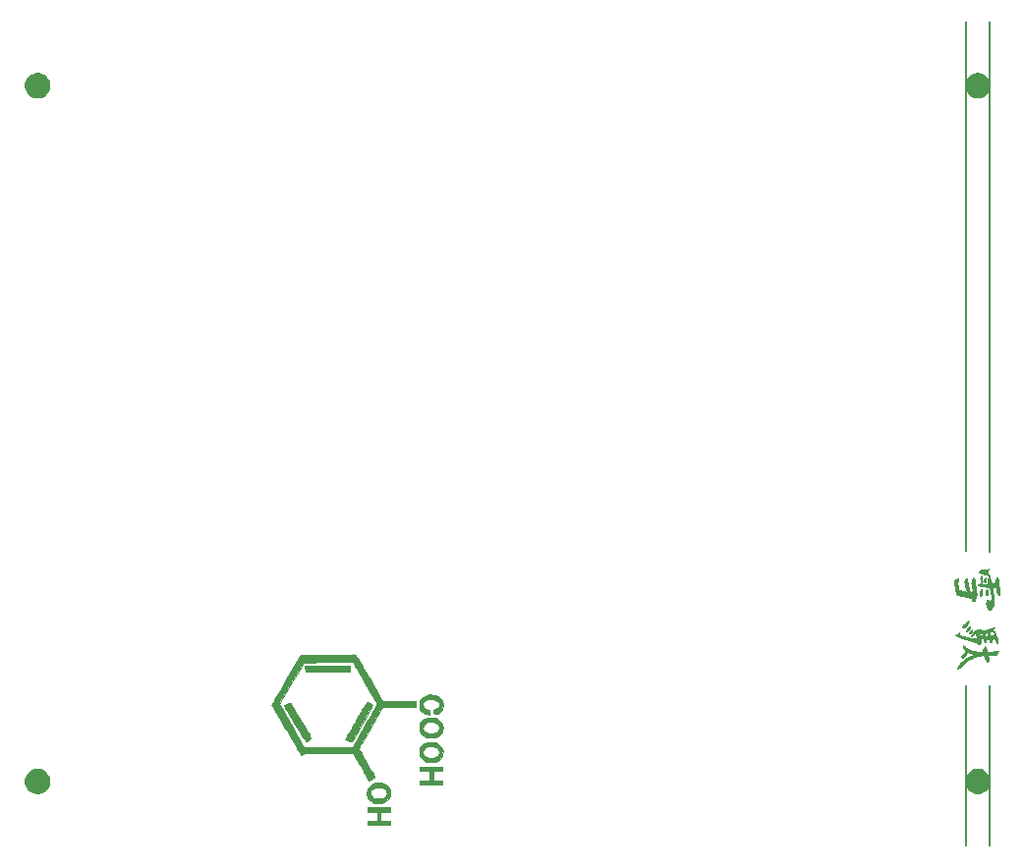
<source format=gts>
G04 #@! TF.GenerationSoftware,KiCad,Pcbnew,(5.1.5)-3*
G04 #@! TF.CreationDate,2021-03-06T01:39:22+09:00*
G04 #@! TF.ProjectId,Setta21_Top,53657474-6132-4315-9f54-6f702e6b6963,rev?*
G04 #@! TF.SameCoordinates,Original*
G04 #@! TF.FileFunction,Soldermask,Top*
G04 #@! TF.FilePolarity,Negative*
%FSLAX46Y46*%
G04 Gerber Fmt 4.6, Leading zero omitted, Abs format (unit mm)*
G04 Created by KiCad (PCBNEW (5.1.5)-3) date 2021-03-06 01:39:22*
%MOMM*%
%LPD*%
G04 APERTURE LIST*
%ADD10C,0.200000*%
%ADD11C,0.010000*%
%ADD12C,0.100000*%
G04 APERTURE END LIST*
D10*
X149000000Y-129500000D02*
X149000000Y-115750000D01*
X151000000Y-129500000D02*
X151000000Y-115750000D01*
X151000000Y-104200000D02*
X151000000Y-58500000D01*
X149000000Y-104150000D02*
X149000000Y-58500000D01*
D11*
G36*
X150814265Y-107783150D02*
G01*
X150808431Y-107854809D01*
X150797800Y-107908572D01*
X150784721Y-107934483D01*
X150762979Y-107950698D01*
X150738069Y-107949483D01*
X150696592Y-107929923D01*
X150693489Y-107928257D01*
X150630143Y-107894143D01*
X150631524Y-107765464D01*
X150635258Y-107691880D01*
X150643669Y-107625300D01*
X150654244Y-107582357D01*
X150688889Y-107504471D01*
X150722937Y-107446540D01*
X150752590Y-107414482D01*
X150764899Y-107410000D01*
X150781711Y-107426803D01*
X150795479Y-107472062D01*
X150805910Y-107538051D01*
X150812713Y-107617046D01*
X150815595Y-107701321D01*
X150814265Y-107783150D01*
G37*
X150814265Y-107783150D02*
X150808431Y-107854809D01*
X150797800Y-107908572D01*
X150784721Y-107934483D01*
X150762979Y-107950698D01*
X150738069Y-107949483D01*
X150696592Y-107929923D01*
X150693489Y-107928257D01*
X150630143Y-107894143D01*
X150631524Y-107765464D01*
X150635258Y-107691880D01*
X150643669Y-107625300D01*
X150654244Y-107582357D01*
X150688889Y-107504471D01*
X150722937Y-107446540D01*
X150752590Y-107414482D01*
X150764899Y-107410000D01*
X150781711Y-107426803D01*
X150795479Y-107472062D01*
X150805910Y-107538051D01*
X150812713Y-107617046D01*
X150815595Y-107701321D01*
X150814265Y-107783150D01*
G36*
X150695563Y-106794622D02*
G01*
X150686130Y-106813027D01*
X150673797Y-106823846D01*
X150623213Y-106847357D01*
X150583395Y-106836485D01*
X150554723Y-106791615D01*
X150537578Y-106713131D01*
X150534762Y-106683397D01*
X150531936Y-106611454D01*
X150538460Y-106557633D01*
X150557721Y-106504264D01*
X150576509Y-106465683D01*
X150626967Y-106366786D01*
X150646364Y-106416981D01*
X150657254Y-106457413D01*
X150669745Y-106522451D01*
X150681734Y-106600604D01*
X150686002Y-106633648D01*
X150694996Y-106712773D01*
X150698350Y-106763818D01*
X150695563Y-106794622D01*
G37*
X150695563Y-106794622D02*
X150686130Y-106813027D01*
X150673797Y-106823846D01*
X150623213Y-106847357D01*
X150583395Y-106836485D01*
X150554723Y-106791615D01*
X150537578Y-106713131D01*
X150534762Y-106683397D01*
X150531936Y-106611454D01*
X150538460Y-106557633D01*
X150557721Y-106504264D01*
X150576509Y-106465683D01*
X150626967Y-106366786D01*
X150646364Y-106416981D01*
X150657254Y-106457413D01*
X150669745Y-106522451D01*
X150681734Y-106600604D01*
X150686002Y-106633648D01*
X150694996Y-106712773D01*
X150698350Y-106763818D01*
X150695563Y-106794622D01*
G36*
X150367493Y-106801112D02*
G01*
X150348929Y-106811286D01*
X150324876Y-106796763D01*
X150321715Y-106784071D01*
X150309510Y-106759804D01*
X150299036Y-106756579D01*
X150265701Y-106748244D01*
X150240827Y-106720133D01*
X150220616Y-106666156D01*
X150207127Y-106609343D01*
X150182226Y-106490550D01*
X150244079Y-106367860D01*
X150274319Y-106310467D01*
X150298439Y-106269489D01*
X150312037Y-106252285D01*
X150313129Y-106252367D01*
X150318186Y-106272408D01*
X150326024Y-106320514D01*
X150335651Y-106388662D01*
X150346071Y-106468827D01*
X150356290Y-106552987D01*
X150365313Y-106633117D01*
X150372147Y-106701194D01*
X150375797Y-106749194D01*
X150376143Y-106760851D01*
X150367493Y-106801112D01*
G37*
X150367493Y-106801112D02*
X150348929Y-106811286D01*
X150324876Y-106796763D01*
X150321715Y-106784071D01*
X150309510Y-106759804D01*
X150299036Y-106756579D01*
X150265701Y-106748244D01*
X150240827Y-106720133D01*
X150220616Y-106666156D01*
X150207127Y-106609343D01*
X150182226Y-106490550D01*
X150244079Y-106367860D01*
X150274319Y-106310467D01*
X150298439Y-106269489D01*
X150312037Y-106252285D01*
X150313129Y-106252367D01*
X150318186Y-106272408D01*
X150326024Y-106320514D01*
X150335651Y-106388662D01*
X150346071Y-106468827D01*
X150356290Y-106552987D01*
X150365313Y-106633117D01*
X150372147Y-106701194D01*
X150375797Y-106749194D01*
X150376143Y-106760851D01*
X150367493Y-106801112D01*
G36*
X150349306Y-107477584D02*
G01*
X150339929Y-107500581D01*
X150331163Y-107543139D01*
X150333295Y-107612896D01*
X150337240Y-107646826D01*
X150343193Y-107744774D01*
X150335463Y-107837051D01*
X150315609Y-107913377D01*
X150289935Y-107958528D01*
X150251705Y-107978151D01*
X150203021Y-107976825D01*
X150161908Y-107956087D01*
X150154171Y-107946956D01*
X150141127Y-107901929D01*
X150141243Y-107832567D01*
X150153350Y-107747870D01*
X150176274Y-107656838D01*
X150201022Y-107586954D01*
X150231800Y-107515546D01*
X150255649Y-107472451D01*
X150276830Y-107451464D01*
X150297524Y-107446347D01*
X150332875Y-107437052D01*
X150345985Y-107423607D01*
X150353895Y-107418023D01*
X150356568Y-107433871D01*
X150349306Y-107477584D01*
G37*
X150349306Y-107477584D02*
X150339929Y-107500581D01*
X150331163Y-107543139D01*
X150333295Y-107612896D01*
X150337240Y-107646826D01*
X150343193Y-107744774D01*
X150335463Y-107837051D01*
X150315609Y-107913377D01*
X150289935Y-107958528D01*
X150251705Y-107978151D01*
X150203021Y-107976825D01*
X150161908Y-107956087D01*
X150154171Y-107946956D01*
X150141127Y-107901929D01*
X150141243Y-107832567D01*
X150153350Y-107747870D01*
X150176274Y-107656838D01*
X150201022Y-107586954D01*
X150231800Y-107515546D01*
X150255649Y-107472451D01*
X150276830Y-107451464D01*
X150297524Y-107446347D01*
X150332875Y-107437052D01*
X150345985Y-107423607D01*
X150353895Y-107418023D01*
X150356568Y-107433871D01*
X150349306Y-107477584D01*
G36*
X151874005Y-107700629D02*
G01*
X151867743Y-107785600D01*
X151857849Y-107857763D01*
X151844554Y-107909944D01*
X151828090Y-107934969D01*
X151823376Y-107936143D01*
X151802627Y-107928707D01*
X151768278Y-107903531D01*
X151717414Y-107859036D01*
X151685441Y-107835008D01*
X151666639Y-107827286D01*
X151658463Y-107810372D01*
X151646660Y-107763859D01*
X151632582Y-107694090D01*
X151617582Y-107607409D01*
X151611525Y-107568750D01*
X151596687Y-107472106D01*
X151583048Y-107384936D01*
X151571870Y-107315193D01*
X151564418Y-107270829D01*
X151563023Y-107263279D01*
X151557290Y-107241019D01*
X151545785Y-107227269D01*
X151521107Y-107220048D01*
X151475854Y-107217376D01*
X151402627Y-107217272D01*
X151391351Y-107217340D01*
X151319631Y-107218990D01*
X151264090Y-107222571D01*
X151232844Y-107227449D01*
X151228858Y-107230049D01*
X151231985Y-107253274D01*
X151239967Y-107299596D01*
X151245942Y-107331848D01*
X151265571Y-107455143D01*
X151283715Y-107607447D01*
X151299778Y-107781495D01*
X151313163Y-107970020D01*
X151323274Y-108165757D01*
X151329165Y-108345675D01*
X151338613Y-108755455D01*
X151229638Y-108959751D01*
X151182405Y-109046560D01*
X151146434Y-109106981D01*
X151116994Y-109147199D01*
X151089354Y-109173398D01*
X151058782Y-109191760D01*
X151048365Y-109196649D01*
X151001146Y-109215960D01*
X150970884Y-109219236D01*
X150942146Y-109206803D01*
X150930105Y-109199136D01*
X150897178Y-109169017D01*
X150884143Y-109140920D01*
X150875420Y-109111568D01*
X150853635Y-109064036D01*
X150825369Y-109010652D01*
X150797200Y-108963746D01*
X150775709Y-108935647D01*
X150773724Y-108934000D01*
X150761402Y-108910622D01*
X150745895Y-108862097D01*
X150729744Y-108799111D01*
X150715490Y-108732347D01*
X150705673Y-108672491D01*
X150702715Y-108635393D01*
X150710100Y-108576851D01*
X150728067Y-108515037D01*
X150729929Y-108510441D01*
X150748233Y-108454109D01*
X150757011Y-108402473D01*
X150757143Y-108397427D01*
X150761767Y-108364029D01*
X150779850Y-108359220D01*
X150788893Y-108362328D01*
X150827691Y-108372878D01*
X150887232Y-108383724D01*
X150956302Y-108393473D01*
X151023685Y-108400732D01*
X151078164Y-108404109D01*
X151108523Y-108402211D01*
X151108930Y-108402063D01*
X151126853Y-108386993D01*
X151138661Y-108355135D01*
X151144682Y-108302237D01*
X151145246Y-108224047D01*
X151140685Y-108116315D01*
X151136432Y-108047741D01*
X151109803Y-107770160D01*
X151068644Y-107512055D01*
X151035212Y-107360919D01*
X151007140Y-107248337D01*
X150932034Y-107239100D01*
X150870329Y-107231921D01*
X150793867Y-107223568D01*
X150748072Y-107218799D01*
X150693908Y-107212170D01*
X150612377Y-107200771D01*
X150511894Y-107185845D01*
X150400875Y-107168635D01*
X150313784Y-107154653D01*
X150209038Y-107137694D01*
X150116654Y-107122977D01*
X150042601Y-107111433D01*
X149992843Y-107103992D01*
X149973606Y-107101571D01*
X149959833Y-107089405D01*
X149971167Y-107056197D01*
X149976081Y-107048009D01*
X149986484Y-107018649D01*
X149984708Y-107008650D01*
X149994822Y-106995614D01*
X150029871Y-106978894D01*
X150044869Y-106973669D01*
X150094943Y-106954919D01*
X150131529Y-106936665D01*
X150135844Y-106933622D01*
X150170365Y-106924520D01*
X150233778Y-106925746D01*
X150320324Y-106936858D01*
X150412429Y-106954772D01*
X150457800Y-106960474D01*
X150523537Y-106963390D01*
X150601715Y-106963807D01*
X150684411Y-106962008D01*
X150763700Y-106958280D01*
X150831659Y-106952907D01*
X150880364Y-106946175D01*
X150901891Y-106938370D01*
X150902286Y-106937138D01*
X150897882Y-106914723D01*
X150886030Y-106865574D01*
X150868774Y-106797979D01*
X150856402Y-106750985D01*
X150810518Y-106578593D01*
X150855922Y-106511686D01*
X150899707Y-106432238D01*
X150913206Y-106361658D01*
X150897159Y-106289998D01*
X150875685Y-106245944D01*
X150825224Y-106169856D01*
X150774069Y-106126247D01*
X150715877Y-106111750D01*
X150644303Y-106123000D01*
X150644058Y-106123070D01*
X150594689Y-106129439D01*
X150535292Y-106119624D01*
X150486096Y-106104142D01*
X150417605Y-106081884D01*
X150331468Y-106056241D01*
X150245290Y-106032435D01*
X150237824Y-106030481D01*
X150160323Y-106008372D01*
X150111133Y-105988625D01*
X150082778Y-105967593D01*
X150070770Y-105948960D01*
X150063146Y-105924786D01*
X150068323Y-105902128D01*
X150090924Y-105873598D01*
X150135577Y-105831807D01*
X150154644Y-105814984D01*
X150250692Y-105742493D01*
X150337951Y-105702873D01*
X150420453Y-105695055D01*
X150502234Y-105717965D01*
X150508608Y-105720968D01*
X150614535Y-105755012D01*
X150720408Y-105757279D01*
X150818429Y-105728068D01*
X150853660Y-105707659D01*
X150914848Y-105666920D01*
X150949746Y-105646887D01*
X150961835Y-105647518D01*
X150954594Y-105668769D01*
X150933742Y-105706687D01*
X150903706Y-105767207D01*
X150871553Y-105844220D01*
X150848501Y-105908487D01*
X150808741Y-106030759D01*
X150919014Y-106164072D01*
X150970182Y-106226850D01*
X151002419Y-106271544D01*
X151020098Y-106307886D01*
X151027589Y-106345605D01*
X151029264Y-106394432D01*
X151029286Y-106409528D01*
X151035715Y-106492822D01*
X151056070Y-106592235D01*
X151091951Y-106715484D01*
X151094215Y-106722515D01*
X151122579Y-106808509D01*
X151143441Y-106865263D01*
X151159810Y-106898265D01*
X151174696Y-106913006D01*
X151191107Y-106914973D01*
X151198852Y-106913393D01*
X151238887Y-106904050D01*
X151298288Y-106890946D01*
X151338030Y-106882452D01*
X151411612Y-106863985D01*
X151455775Y-106843512D01*
X151477272Y-106816144D01*
X151482858Y-106777605D01*
X151490648Y-106735292D01*
X151511267Y-106675900D01*
X151540585Y-106607712D01*
X151574474Y-106539009D01*
X151608804Y-106478072D01*
X151639447Y-106433183D01*
X151662274Y-106412623D01*
X151665067Y-106412143D01*
X151686315Y-106429082D01*
X151708899Y-106475341D01*
X151731121Y-106544081D01*
X151751283Y-106628462D01*
X151767686Y-106721645D01*
X151778633Y-106816792D01*
X151782209Y-106883857D01*
X151787946Y-107021550D01*
X151798322Y-107141478D01*
X151812653Y-107238559D01*
X151830258Y-107307710D01*
X151842751Y-107334690D01*
X151858113Y-107376111D01*
X151868689Y-107440589D01*
X151874709Y-107520950D01*
X151876404Y-107610021D01*
X151874005Y-107700629D01*
G37*
X151874005Y-107700629D02*
X151867743Y-107785600D01*
X151857849Y-107857763D01*
X151844554Y-107909944D01*
X151828090Y-107934969D01*
X151823376Y-107936143D01*
X151802627Y-107928707D01*
X151768278Y-107903531D01*
X151717414Y-107859036D01*
X151685441Y-107835008D01*
X151666639Y-107827286D01*
X151658463Y-107810372D01*
X151646660Y-107763859D01*
X151632582Y-107694090D01*
X151617582Y-107607409D01*
X151611525Y-107568750D01*
X151596687Y-107472106D01*
X151583048Y-107384936D01*
X151571870Y-107315193D01*
X151564418Y-107270829D01*
X151563023Y-107263279D01*
X151557290Y-107241019D01*
X151545785Y-107227269D01*
X151521107Y-107220048D01*
X151475854Y-107217376D01*
X151402627Y-107217272D01*
X151391351Y-107217340D01*
X151319631Y-107218990D01*
X151264090Y-107222571D01*
X151232844Y-107227449D01*
X151228858Y-107230049D01*
X151231985Y-107253274D01*
X151239967Y-107299596D01*
X151245942Y-107331848D01*
X151265571Y-107455143D01*
X151283715Y-107607447D01*
X151299778Y-107781495D01*
X151313163Y-107970020D01*
X151323274Y-108165757D01*
X151329165Y-108345675D01*
X151338613Y-108755455D01*
X151229638Y-108959751D01*
X151182405Y-109046560D01*
X151146434Y-109106981D01*
X151116994Y-109147199D01*
X151089354Y-109173398D01*
X151058782Y-109191760D01*
X151048365Y-109196649D01*
X151001146Y-109215960D01*
X150970884Y-109219236D01*
X150942146Y-109206803D01*
X150930105Y-109199136D01*
X150897178Y-109169017D01*
X150884143Y-109140920D01*
X150875420Y-109111568D01*
X150853635Y-109064036D01*
X150825369Y-109010652D01*
X150797200Y-108963746D01*
X150775709Y-108935647D01*
X150773724Y-108934000D01*
X150761402Y-108910622D01*
X150745895Y-108862097D01*
X150729744Y-108799111D01*
X150715490Y-108732347D01*
X150705673Y-108672491D01*
X150702715Y-108635393D01*
X150710100Y-108576851D01*
X150728067Y-108515037D01*
X150729929Y-108510441D01*
X150748233Y-108454109D01*
X150757011Y-108402473D01*
X150757143Y-108397427D01*
X150761767Y-108364029D01*
X150779850Y-108359220D01*
X150788893Y-108362328D01*
X150827691Y-108372878D01*
X150887232Y-108383724D01*
X150956302Y-108393473D01*
X151023685Y-108400732D01*
X151078164Y-108404109D01*
X151108523Y-108402211D01*
X151108930Y-108402063D01*
X151126853Y-108386993D01*
X151138661Y-108355135D01*
X151144682Y-108302237D01*
X151145246Y-108224047D01*
X151140685Y-108116315D01*
X151136432Y-108047741D01*
X151109803Y-107770160D01*
X151068644Y-107512055D01*
X151035212Y-107360919D01*
X151007140Y-107248337D01*
X150932034Y-107239100D01*
X150870329Y-107231921D01*
X150793867Y-107223568D01*
X150748072Y-107218799D01*
X150693908Y-107212170D01*
X150612377Y-107200771D01*
X150511894Y-107185845D01*
X150400875Y-107168635D01*
X150313784Y-107154653D01*
X150209038Y-107137694D01*
X150116654Y-107122977D01*
X150042601Y-107111433D01*
X149992843Y-107103992D01*
X149973606Y-107101571D01*
X149959833Y-107089405D01*
X149971167Y-107056197D01*
X149976081Y-107048009D01*
X149986484Y-107018649D01*
X149984708Y-107008650D01*
X149994822Y-106995614D01*
X150029871Y-106978894D01*
X150044869Y-106973669D01*
X150094943Y-106954919D01*
X150131529Y-106936665D01*
X150135844Y-106933622D01*
X150170365Y-106924520D01*
X150233778Y-106925746D01*
X150320324Y-106936858D01*
X150412429Y-106954772D01*
X150457800Y-106960474D01*
X150523537Y-106963390D01*
X150601715Y-106963807D01*
X150684411Y-106962008D01*
X150763700Y-106958280D01*
X150831659Y-106952907D01*
X150880364Y-106946175D01*
X150901891Y-106938370D01*
X150902286Y-106937138D01*
X150897882Y-106914723D01*
X150886030Y-106865574D01*
X150868774Y-106797979D01*
X150856402Y-106750985D01*
X150810518Y-106578593D01*
X150855922Y-106511686D01*
X150899707Y-106432238D01*
X150913206Y-106361658D01*
X150897159Y-106289998D01*
X150875685Y-106245944D01*
X150825224Y-106169856D01*
X150774069Y-106126247D01*
X150715877Y-106111750D01*
X150644303Y-106123000D01*
X150644058Y-106123070D01*
X150594689Y-106129439D01*
X150535292Y-106119624D01*
X150486096Y-106104142D01*
X150417605Y-106081884D01*
X150331468Y-106056241D01*
X150245290Y-106032435D01*
X150237824Y-106030481D01*
X150160323Y-106008372D01*
X150111133Y-105988625D01*
X150082778Y-105967593D01*
X150070770Y-105948960D01*
X150063146Y-105924786D01*
X150068323Y-105902128D01*
X150090924Y-105873598D01*
X150135577Y-105831807D01*
X150154644Y-105814984D01*
X150250692Y-105742493D01*
X150337951Y-105702873D01*
X150420453Y-105695055D01*
X150502234Y-105717965D01*
X150508608Y-105720968D01*
X150614535Y-105755012D01*
X150720408Y-105757279D01*
X150818429Y-105728068D01*
X150853660Y-105707659D01*
X150914848Y-105666920D01*
X150949746Y-105646887D01*
X150961835Y-105647518D01*
X150954594Y-105668769D01*
X150933742Y-105706687D01*
X150903706Y-105767207D01*
X150871553Y-105844220D01*
X150848501Y-105908487D01*
X150808741Y-106030759D01*
X150919014Y-106164072D01*
X150970182Y-106226850D01*
X151002419Y-106271544D01*
X151020098Y-106307886D01*
X151027589Y-106345605D01*
X151029264Y-106394432D01*
X151029286Y-106409528D01*
X151035715Y-106492822D01*
X151056070Y-106592235D01*
X151091951Y-106715484D01*
X151094215Y-106722515D01*
X151122579Y-106808509D01*
X151143441Y-106865263D01*
X151159810Y-106898265D01*
X151174696Y-106913006D01*
X151191107Y-106914973D01*
X151198852Y-106913393D01*
X151238887Y-106904050D01*
X151298288Y-106890946D01*
X151338030Y-106882452D01*
X151411612Y-106863985D01*
X151455775Y-106843512D01*
X151477272Y-106816144D01*
X151482858Y-106777605D01*
X151490648Y-106735292D01*
X151511267Y-106675900D01*
X151540585Y-106607712D01*
X151574474Y-106539009D01*
X151608804Y-106478072D01*
X151639447Y-106433183D01*
X151662274Y-106412623D01*
X151665067Y-106412143D01*
X151686315Y-106429082D01*
X151708899Y-106475341D01*
X151731121Y-106544081D01*
X151751283Y-106628462D01*
X151767686Y-106721645D01*
X151778633Y-106816792D01*
X151782209Y-106883857D01*
X151787946Y-107021550D01*
X151798322Y-107141478D01*
X151812653Y-107238559D01*
X151830258Y-107307710D01*
X151842751Y-107334690D01*
X151858113Y-107376111D01*
X151868689Y-107440589D01*
X151874709Y-107520950D01*
X151876404Y-107610021D01*
X151874005Y-107700629D01*
G36*
X149480255Y-111058814D02*
G01*
X149463195Y-111126265D01*
X149458177Y-111140419D01*
X149434160Y-111190923D01*
X149402863Y-111219218D01*
X149350754Y-111238232D01*
X149283638Y-111250693D01*
X149245151Y-111242115D01*
X149235138Y-111211997D01*
X149253448Y-111159837D01*
X149299928Y-111085135D01*
X149302837Y-111081014D01*
X149348296Y-111025673D01*
X149396903Y-110979811D01*
X149428179Y-110958843D01*
X149487143Y-110930301D01*
X149487143Y-110997437D01*
X149480255Y-111058814D01*
G37*
X149480255Y-111058814D02*
X149463195Y-111126265D01*
X149458177Y-111140419D01*
X149434160Y-111190923D01*
X149402863Y-111219218D01*
X149350754Y-111238232D01*
X149283638Y-111250693D01*
X149245151Y-111242115D01*
X149235138Y-111211997D01*
X149253448Y-111159837D01*
X149299928Y-111085135D01*
X149302837Y-111081014D01*
X149348296Y-111025673D01*
X149396903Y-110979811D01*
X149428179Y-110958843D01*
X149487143Y-110930301D01*
X149487143Y-110997437D01*
X149480255Y-111058814D01*
G36*
X149331211Y-110750276D02*
G01*
X149305234Y-110830119D01*
X149300092Y-110842013D01*
X149261607Y-110913200D01*
X149212901Y-110965291D01*
X149166081Y-110998750D01*
X149100220Y-111037434D01*
X149054447Y-111053993D01*
X149021408Y-111050041D01*
X149000915Y-111034943D01*
X148985552Y-111015135D01*
X148982281Y-110992252D01*
X148993156Y-110958926D01*
X149020229Y-110907789D01*
X149050744Y-110856073D01*
X149099642Y-110782455D01*
X149146852Y-110731850D01*
X149203035Y-110693149D01*
X149211850Y-110688252D01*
X149262486Y-110661557D01*
X149299174Y-110643824D01*
X149311264Y-110639428D01*
X149321583Y-110654952D01*
X149332375Y-110691333D01*
X149331211Y-110750276D01*
G37*
X149331211Y-110750276D02*
X149305234Y-110830119D01*
X149300092Y-110842013D01*
X149261607Y-110913200D01*
X149212901Y-110965291D01*
X149166081Y-110998750D01*
X149100220Y-111037434D01*
X149054447Y-111053993D01*
X149021408Y-111050041D01*
X149000915Y-111034943D01*
X148985552Y-111015135D01*
X148982281Y-110992252D01*
X148993156Y-110958926D01*
X149020229Y-110907789D01*
X149050744Y-110856073D01*
X149099642Y-110782455D01*
X149146852Y-110731850D01*
X149203035Y-110693149D01*
X149211850Y-110688252D01*
X149262486Y-110661557D01*
X149299174Y-110643824D01*
X149311264Y-110639428D01*
X149321583Y-110654952D01*
X149332375Y-110691333D01*
X149331211Y-110750276D01*
G36*
X149188269Y-110200209D02*
G01*
X149168681Y-110244747D01*
X149151810Y-110280705D01*
X149122209Y-110350373D01*
X149096782Y-110421741D01*
X149087333Y-110454492D01*
X149046683Y-110545925D01*
X148974084Y-110630043D01*
X148873768Y-110702277D01*
X148841874Y-110719456D01*
X148783311Y-110747587D01*
X148745654Y-110760014D01*
X148718109Y-110758694D01*
X148691803Y-110746671D01*
X148657117Y-110722208D01*
X148641542Y-110702928D01*
X148648823Y-110680260D01*
X148672512Y-110636732D01*
X148707835Y-110580948D01*
X148715642Y-110569418D01*
X148762740Y-110507483D01*
X148812001Y-110453587D01*
X148853188Y-110418868D01*
X148855127Y-110417669D01*
X148897137Y-110387677D01*
X148953923Y-110340990D01*
X149014647Y-110286610D01*
X149027466Y-110274501D01*
X149081839Y-110225642D01*
X149129250Y-110188532D01*
X149161784Y-110169180D01*
X149168073Y-110167714D01*
X149186926Y-110168917D01*
X149194004Y-110177341D01*
X149188269Y-110200209D01*
G37*
X149188269Y-110200209D02*
X149168681Y-110244747D01*
X149151810Y-110280705D01*
X149122209Y-110350373D01*
X149096782Y-110421741D01*
X149087333Y-110454492D01*
X149046683Y-110545925D01*
X148974084Y-110630043D01*
X148873768Y-110702277D01*
X148841874Y-110719456D01*
X148783311Y-110747587D01*
X148745654Y-110760014D01*
X148718109Y-110758694D01*
X148691803Y-110746671D01*
X148657117Y-110722208D01*
X148641542Y-110702928D01*
X148648823Y-110680260D01*
X148672512Y-110636732D01*
X148707835Y-110580948D01*
X148715642Y-110569418D01*
X148762740Y-110507483D01*
X148812001Y-110453587D01*
X148853188Y-110418868D01*
X148855127Y-110417669D01*
X148897137Y-110387677D01*
X148953923Y-110340990D01*
X149014647Y-110286610D01*
X149027466Y-110274501D01*
X149081839Y-110225642D01*
X149129250Y-110188532D01*
X149161784Y-110169180D01*
X149168073Y-110167714D01*
X149186926Y-110168917D01*
X149194004Y-110177341D01*
X149188269Y-110200209D01*
G36*
X151746564Y-112768518D02*
G01*
X151724826Y-112810648D01*
X151704311Y-112847116D01*
X151667383Y-112912872D01*
X151631635Y-112979811D01*
X151618132Y-113006416D01*
X151594010Y-113045870D01*
X151562466Y-113075790D01*
X151518721Y-113097285D01*
X151457996Y-113111464D01*
X151375513Y-113119436D01*
X151266493Y-113122309D01*
X151126157Y-113121191D01*
X151123581Y-113121146D01*
X151012889Y-113119569D01*
X150933696Y-113119598D01*
X150881238Y-113121599D01*
X150850749Y-113125937D01*
X150837465Y-113132977D01*
X150836619Y-113143084D01*
X150836638Y-113143143D01*
X150848450Y-113176708D01*
X150867050Y-113226981D01*
X150873083Y-113242928D01*
X150885182Y-113289952D01*
X150894184Y-113353814D01*
X150899822Y-113425632D01*
X150901834Y-113496523D01*
X150899955Y-113557605D01*
X150893921Y-113599993D01*
X150884143Y-113614857D01*
X150868047Y-113629552D01*
X150866001Y-113642071D01*
X150852538Y-113665387D01*
X150813928Y-113665225D01*
X150767738Y-113648536D01*
X150746876Y-113633525D01*
X150724784Y-113604487D01*
X150698890Y-113556563D01*
X150666619Y-113484894D01*
X150625399Y-113384621D01*
X150617578Y-113365039D01*
X150512959Y-113102292D01*
X150394658Y-113112958D01*
X150308232Y-113125163D01*
X150195714Y-113147707D01*
X150065141Y-113178607D01*
X149924549Y-113215877D01*
X149781977Y-113257533D01*
X149686715Y-113287773D01*
X149553364Y-113336715D01*
X149416482Y-113396016D01*
X149281009Y-113462700D01*
X149151882Y-113533794D01*
X149034040Y-113606321D01*
X148932422Y-113677308D01*
X148851966Y-113743778D01*
X148797609Y-113802759D01*
X148779075Y-113834520D01*
X148748148Y-113885907D01*
X148694322Y-113951602D01*
X148624407Y-114025079D01*
X148545212Y-114099811D01*
X148463545Y-114169271D01*
X148386216Y-114226933D01*
X148338909Y-114256449D01*
X148278230Y-114288266D01*
X148228982Y-114310509D01*
X148200171Y-114319195D01*
X148197600Y-114318938D01*
X148195890Y-114301162D01*
X148208766Y-114260311D01*
X148233447Y-114205169D01*
X148233899Y-114204266D01*
X148273426Y-114135250D01*
X148332915Y-114044538D01*
X148408399Y-113937712D01*
X148495910Y-113820351D01*
X148591479Y-113698036D01*
X148611943Y-113672562D01*
X148690859Y-113590576D01*
X148798088Y-113502432D01*
X148927140Y-113412235D01*
X149071523Y-113324091D01*
X149224748Y-113242105D01*
X149380323Y-113170382D01*
X149450644Y-113142061D01*
X149557890Y-113101146D01*
X149633792Y-113071463D01*
X149680608Y-113050540D01*
X149700594Y-113035907D01*
X149696005Y-113025093D01*
X149669098Y-113015629D01*
X149622129Y-113005042D01*
X149583387Y-112996714D01*
X149510044Y-112979338D01*
X149447306Y-112962194D01*
X149406158Y-112948350D01*
X149400142Y-112945559D01*
X149365811Y-112931595D01*
X149308555Y-112912532D01*
X149240565Y-112892420D01*
X149238345Y-112891804D01*
X149111106Y-112856544D01*
X149083759Y-112913665D01*
X149057784Y-112955740D01*
X149014959Y-113012295D01*
X148960740Y-113077402D01*
X148900579Y-113145136D01*
X148839930Y-113209571D01*
X148784248Y-113264779D01*
X148738986Y-113304835D01*
X148709598Y-113323811D01*
X148705609Y-113324571D01*
X148666739Y-113312296D01*
X148636077Y-113289933D01*
X148597505Y-113261035D01*
X148568249Y-113248903D01*
X148539998Y-113237857D01*
X148530558Y-113217110D01*
X148541513Y-113183803D01*
X148574448Y-113135074D01*
X148630948Y-113068064D01*
X148712597Y-112979912D01*
X148723740Y-112968218D01*
X148791861Y-112895734D01*
X148850096Y-112831576D01*
X148894191Y-112780610D01*
X148919888Y-112747701D01*
X148924715Y-112738441D01*
X148913763Y-112715347D01*
X148885252Y-112674541D01*
X148851074Y-112631787D01*
X148788363Y-112551917D01*
X148749321Y-112486789D01*
X148729741Y-112427921D01*
X148725255Y-112378091D01*
X148727411Y-112315528D01*
X148737080Y-112282541D01*
X148758672Y-112278268D01*
X148796597Y-112301852D01*
X148855265Y-112352433D01*
X148855566Y-112352706D01*
X148930031Y-112412779D01*
X149017880Y-112473178D01*
X149094085Y-112517550D01*
X149172690Y-112559317D01*
X149253854Y-112604790D01*
X149320017Y-112644130D01*
X149320064Y-112644159D01*
X149387395Y-112679436D01*
X149472063Y-112714514D01*
X149555866Y-112741864D01*
X149556744Y-112742101D01*
X149651861Y-112762708D01*
X149773218Y-112781380D01*
X149910782Y-112797063D01*
X150054517Y-112808703D01*
X150194391Y-112815246D01*
X150262751Y-112816284D01*
X150394286Y-112816571D01*
X150394286Y-112742807D01*
X150400613Y-112675642D01*
X150423355Y-112616358D01*
X150468152Y-112551518D01*
X150481374Y-112535357D01*
X150519849Y-112480781D01*
X150551116Y-112422799D01*
X150552374Y-112419857D01*
X150577962Y-112358786D01*
X150623920Y-112401715D01*
X150672232Y-112456730D01*
X150704274Y-112520542D01*
X150723992Y-112603171D01*
X150732574Y-112677554D01*
X150743919Y-112811763D01*
X150897979Y-112821375D01*
X150971761Y-112822560D01*
X151059761Y-112818754D01*
X151154415Y-112810922D01*
X151248160Y-112800029D01*
X151333431Y-112787040D01*
X151402665Y-112772921D01*
X151448297Y-112758637D01*
X151461928Y-112749413D01*
X151483246Y-112741624D01*
X151528659Y-112736246D01*
X151587802Y-112733369D01*
X151650309Y-112733080D01*
X151705815Y-112735467D01*
X151743955Y-112740620D01*
X151755001Y-112746915D01*
X151746564Y-112768518D01*
G37*
X151746564Y-112768518D02*
X151724826Y-112810648D01*
X151704311Y-112847116D01*
X151667383Y-112912872D01*
X151631635Y-112979811D01*
X151618132Y-113006416D01*
X151594010Y-113045870D01*
X151562466Y-113075790D01*
X151518721Y-113097285D01*
X151457996Y-113111464D01*
X151375513Y-113119436D01*
X151266493Y-113122309D01*
X151126157Y-113121191D01*
X151123581Y-113121146D01*
X151012889Y-113119569D01*
X150933696Y-113119598D01*
X150881238Y-113121599D01*
X150850749Y-113125937D01*
X150837465Y-113132977D01*
X150836619Y-113143084D01*
X150836638Y-113143143D01*
X150848450Y-113176708D01*
X150867050Y-113226981D01*
X150873083Y-113242928D01*
X150885182Y-113289952D01*
X150894184Y-113353814D01*
X150899822Y-113425632D01*
X150901834Y-113496523D01*
X150899955Y-113557605D01*
X150893921Y-113599993D01*
X150884143Y-113614857D01*
X150868047Y-113629552D01*
X150866001Y-113642071D01*
X150852538Y-113665387D01*
X150813928Y-113665225D01*
X150767738Y-113648536D01*
X150746876Y-113633525D01*
X150724784Y-113604487D01*
X150698890Y-113556563D01*
X150666619Y-113484894D01*
X150625399Y-113384621D01*
X150617578Y-113365039D01*
X150512959Y-113102292D01*
X150394658Y-113112958D01*
X150308232Y-113125163D01*
X150195714Y-113147707D01*
X150065141Y-113178607D01*
X149924549Y-113215877D01*
X149781977Y-113257533D01*
X149686715Y-113287773D01*
X149553364Y-113336715D01*
X149416482Y-113396016D01*
X149281009Y-113462700D01*
X149151882Y-113533794D01*
X149034040Y-113606321D01*
X148932422Y-113677308D01*
X148851966Y-113743778D01*
X148797609Y-113802759D01*
X148779075Y-113834520D01*
X148748148Y-113885907D01*
X148694322Y-113951602D01*
X148624407Y-114025079D01*
X148545212Y-114099811D01*
X148463545Y-114169271D01*
X148386216Y-114226933D01*
X148338909Y-114256449D01*
X148278230Y-114288266D01*
X148228982Y-114310509D01*
X148200171Y-114319195D01*
X148197600Y-114318938D01*
X148195890Y-114301162D01*
X148208766Y-114260311D01*
X148233447Y-114205169D01*
X148233899Y-114204266D01*
X148273426Y-114135250D01*
X148332915Y-114044538D01*
X148408399Y-113937712D01*
X148495910Y-113820351D01*
X148591479Y-113698036D01*
X148611943Y-113672562D01*
X148690859Y-113590576D01*
X148798088Y-113502432D01*
X148927140Y-113412235D01*
X149071523Y-113324091D01*
X149224748Y-113242105D01*
X149380323Y-113170382D01*
X149450644Y-113142061D01*
X149557890Y-113101146D01*
X149633792Y-113071463D01*
X149680608Y-113050540D01*
X149700594Y-113035907D01*
X149696005Y-113025093D01*
X149669098Y-113015629D01*
X149622129Y-113005042D01*
X149583387Y-112996714D01*
X149510044Y-112979338D01*
X149447306Y-112962194D01*
X149406158Y-112948350D01*
X149400142Y-112945559D01*
X149365811Y-112931595D01*
X149308555Y-112912532D01*
X149240565Y-112892420D01*
X149238345Y-112891804D01*
X149111106Y-112856544D01*
X149083759Y-112913665D01*
X149057784Y-112955740D01*
X149014959Y-113012295D01*
X148960740Y-113077402D01*
X148900579Y-113145136D01*
X148839930Y-113209571D01*
X148784248Y-113264779D01*
X148738986Y-113304835D01*
X148709598Y-113323811D01*
X148705609Y-113324571D01*
X148666739Y-113312296D01*
X148636077Y-113289933D01*
X148597505Y-113261035D01*
X148568249Y-113248903D01*
X148539998Y-113237857D01*
X148530558Y-113217110D01*
X148541513Y-113183803D01*
X148574448Y-113135074D01*
X148630948Y-113068064D01*
X148712597Y-112979912D01*
X148723740Y-112968218D01*
X148791861Y-112895734D01*
X148850096Y-112831576D01*
X148894191Y-112780610D01*
X148919888Y-112747701D01*
X148924715Y-112738441D01*
X148913763Y-112715347D01*
X148885252Y-112674541D01*
X148851074Y-112631787D01*
X148788363Y-112551917D01*
X148749321Y-112486789D01*
X148729741Y-112427921D01*
X148725255Y-112378091D01*
X148727411Y-112315528D01*
X148737080Y-112282541D01*
X148758672Y-112278268D01*
X148796597Y-112301852D01*
X148855265Y-112352433D01*
X148855566Y-112352706D01*
X148930031Y-112412779D01*
X149017880Y-112473178D01*
X149094085Y-112517550D01*
X149172690Y-112559317D01*
X149253854Y-112604790D01*
X149320017Y-112644130D01*
X149320064Y-112644159D01*
X149387395Y-112679436D01*
X149472063Y-112714514D01*
X149555866Y-112741864D01*
X149556744Y-112742101D01*
X149651861Y-112762708D01*
X149773218Y-112781380D01*
X149910782Y-112797063D01*
X150054517Y-112808703D01*
X150194391Y-112815246D01*
X150262751Y-112816284D01*
X150394286Y-112816571D01*
X150394286Y-112742807D01*
X150400613Y-112675642D01*
X150423355Y-112616358D01*
X150468152Y-112551518D01*
X150481374Y-112535357D01*
X150519849Y-112480781D01*
X150551116Y-112422799D01*
X150552374Y-112419857D01*
X150577962Y-112358786D01*
X150623920Y-112401715D01*
X150672232Y-112456730D01*
X150704274Y-112520542D01*
X150723992Y-112603171D01*
X150732574Y-112677554D01*
X150743919Y-112811763D01*
X150897979Y-112821375D01*
X150971761Y-112822560D01*
X151059761Y-112818754D01*
X151154415Y-112810922D01*
X151248160Y-112800029D01*
X151333431Y-112787040D01*
X151402665Y-112772921D01*
X151448297Y-112758637D01*
X151461928Y-112749413D01*
X151483246Y-112741624D01*
X151528659Y-112736246D01*
X151587802Y-112733369D01*
X151650309Y-112733080D01*
X151705815Y-112735467D01*
X151743955Y-112740620D01*
X151755001Y-112746915D01*
X151746564Y-112768518D01*
G36*
X151581844Y-112072714D02*
G01*
X151391470Y-111689924D01*
X151183500Y-111700786D01*
X151183470Y-112009214D01*
X151119985Y-112009214D01*
X151088806Y-112007833D01*
X151066679Y-111999242D01*
X151048066Y-111976771D01*
X151027424Y-111933747D01*
X150999438Y-111864071D01*
X150942376Y-111718928D01*
X150838781Y-111704205D01*
X150781472Y-111697596D01*
X150740377Y-111695729D01*
X150726756Y-111697911D01*
X150721452Y-111718801D01*
X150715098Y-111766388D01*
X150708920Y-111831154D01*
X150707901Y-111844171D01*
X150702068Y-111913854D01*
X150695451Y-111954908D01*
X150684749Y-111974905D01*
X150666656Y-111981415D01*
X150647754Y-111982000D01*
X150606025Y-111971929D01*
X150571233Y-111938806D01*
X150540338Y-111878270D01*
X150510299Y-111785958D01*
X150509758Y-111784018D01*
X150491680Y-111723669D01*
X150475228Y-111689621D01*
X150453290Y-111672956D01*
X150418756Y-111664758D01*
X150414068Y-111664019D01*
X150353946Y-111654655D01*
X150299751Y-111646164D01*
X150299036Y-111646051D01*
X150262919Y-111644988D01*
X150250188Y-111663258D01*
X150249143Y-111681584D01*
X150256581Y-111717611D01*
X150269378Y-111731721D01*
X150277692Y-111748478D01*
X150275427Y-111792086D01*
X150262338Y-111866073D01*
X150258808Y-111882911D01*
X150236395Y-111985078D01*
X150218305Y-112057193D01*
X150202097Y-112104852D01*
X150185327Y-112133652D01*
X150165554Y-112149191D01*
X150140335Y-112157065D01*
X150139056Y-112157325D01*
X150109251Y-112163086D01*
X150085378Y-112164554D01*
X150059916Y-112159171D01*
X150025341Y-112144378D01*
X149974132Y-112117620D01*
X149898766Y-112076337D01*
X149895358Y-112074466D01*
X149816198Y-112033222D01*
X149738879Y-111996718D01*
X149675037Y-111970292D01*
X149650429Y-111962137D01*
X149595011Y-111943697D01*
X149551814Y-111924037D01*
X149541572Y-111917293D01*
X149507720Y-111899523D01*
X149442294Y-111874408D01*
X149348991Y-111843121D01*
X149231510Y-111806834D01*
X149093546Y-111766719D01*
X148938799Y-111723947D01*
X148892514Y-111711535D01*
X148758157Y-111673488D01*
X148624114Y-111631430D01*
X148494903Y-111587171D01*
X148375039Y-111542523D01*
X148269041Y-111499299D01*
X148181425Y-111459311D01*
X148116708Y-111424371D01*
X148079407Y-111396290D01*
X148072001Y-111382380D01*
X148087210Y-111364853D01*
X148125721Y-111341729D01*
X148149108Y-111330839D01*
X148205669Y-111307601D01*
X148254671Y-111289072D01*
X148266663Y-111285023D01*
X148303942Y-111260812D01*
X148337884Y-111220110D01*
X148338610Y-111218896D01*
X148362953Y-111182966D01*
X148380706Y-111165813D01*
X148381980Y-111165571D01*
X148391446Y-111181821D01*
X148404055Y-111224045D01*
X148414904Y-111272584D01*
X148435958Y-111379596D01*
X148712086Y-111471320D01*
X149093812Y-111580199D01*
X149488163Y-111657055D01*
X149665521Y-111680841D01*
X149780975Y-111692818D01*
X149864421Y-111697752D01*
X149919473Y-111695499D01*
X149949746Y-111685914D01*
X149958858Y-111669170D01*
X149951951Y-111645250D01*
X149933354Y-111597067D01*
X149906255Y-111531801D01*
X149873838Y-111456631D01*
X149839290Y-111378736D01*
X149805797Y-111305297D01*
X149776546Y-111243492D01*
X149754723Y-111200502D01*
X149743513Y-111183505D01*
X149743307Y-111183466D01*
X149718657Y-111179039D01*
X149691250Y-111172279D01*
X149659753Y-111170302D01*
X149650463Y-111192085D01*
X149650415Y-111195205D01*
X149642922Y-111228229D01*
X149623324Y-111281837D01*
X149596757Y-111342464D01*
X149566452Y-111403027D01*
X149543015Y-111437267D01*
X149519593Y-111452454D01*
X149489855Y-111455857D01*
X149440574Y-111447154D01*
X149420770Y-111420644D01*
X149430594Y-111375724D01*
X149470194Y-111311791D01*
X149539720Y-111228242D01*
X149548569Y-111218518D01*
X149605251Y-111156184D01*
X149662399Y-111092580D01*
X149704858Y-111044638D01*
X149770363Y-110986241D01*
X149855135Y-110933917D01*
X149880574Y-110921706D01*
X149992791Y-110871386D01*
X150080146Y-110905086D01*
X150109474Y-110914753D01*
X150109474Y-111204053D01*
X150078272Y-111210674D01*
X150067567Y-111233392D01*
X150075564Y-111277492D01*
X150100473Y-111348259D01*
X150108444Y-111368963D01*
X150131837Y-111423787D01*
X150152134Y-111461793D01*
X150163595Y-111474000D01*
X150187369Y-111466378D01*
X150230012Y-111447222D01*
X150248879Y-111437849D01*
X150298505Y-111417600D01*
X150327561Y-111416625D01*
X150330870Y-111419706D01*
X150356225Y-111434504D01*
X150379533Y-111437714D01*
X150402674Y-111433905D01*
X150410677Y-111415984D01*
X150406868Y-111374214D01*
X150405099Y-111362870D01*
X150388105Y-111287183D01*
X150364299Y-111242121D01*
X150329903Y-111222149D01*
X150307469Y-111219842D01*
X150260364Y-111217561D01*
X150196355Y-111211945D01*
X150162965Y-111208244D01*
X150109474Y-111204053D01*
X150109474Y-110914753D01*
X150119895Y-110918189D01*
X150164800Y-110927444D01*
X150221714Y-110933434D01*
X150297490Y-110936740D01*
X150398980Y-110937944D01*
X150466858Y-110937926D01*
X150578265Y-110937370D01*
X150661883Y-110935670D01*
X150726207Y-110931670D01*
X150779732Y-110924216D01*
X150830954Y-110912153D01*
X150888369Y-110894325D01*
X150954568Y-110871630D01*
X150988634Y-110859296D01*
X150988634Y-111003887D01*
X150939476Y-111025352D01*
X150881324Y-111068470D01*
X150794548Y-111131381D01*
X150707794Y-111176616D01*
X150630579Y-111199553D01*
X150607465Y-111201459D01*
X150579190Y-111203322D01*
X150563924Y-111212872D01*
X150560848Y-111236884D01*
X150569143Y-111282137D01*
X150587988Y-111355407D01*
X150588580Y-111357629D01*
X150619589Y-111474000D01*
X150753982Y-111474000D01*
X150822429Y-111473485D01*
X150861456Y-111470387D01*
X150877930Y-111462380D01*
X150878716Y-111447135D01*
X150874388Y-111433178D01*
X150866283Y-111394781D01*
X150858506Y-111333438D01*
X150852764Y-111262786D01*
X150845128Y-111133214D01*
X150907170Y-111085893D01*
X150954640Y-111051741D01*
X150978539Y-111041907D01*
X150982642Y-111056856D01*
X150971840Y-111093859D01*
X150963910Y-111128069D01*
X150966083Y-111166150D01*
X150980065Y-111218109D01*
X151004533Y-111286022D01*
X151032785Y-111352560D01*
X151061032Y-111406081D01*
X151084078Y-111437018D01*
X151088145Y-111439960D01*
X151120850Y-111444908D01*
X151171677Y-111430818D01*
X151216895Y-111411082D01*
X151274103Y-111386139D01*
X151320958Y-111369456D01*
X151341800Y-111365143D01*
X151369534Y-111348844D01*
X151392417Y-111307315D01*
X151406048Y-111251611D01*
X151407060Y-111201267D01*
X151384575Y-111137426D01*
X151332701Y-111093464D01*
X151253107Y-111070498D01*
X151206849Y-111067279D01*
X151143476Y-111069189D01*
X151089405Y-111075724D01*
X151070108Y-111080615D01*
X151040146Y-111086661D01*
X151030029Y-111068218D01*
X151029286Y-111048865D01*
X151018939Y-111011676D01*
X150988634Y-111003887D01*
X150988634Y-110859296D01*
X151031891Y-110843634D01*
X151096001Y-110818289D01*
X151139364Y-110798711D01*
X151154140Y-110789164D01*
X151175841Y-110775022D01*
X151220010Y-110755906D01*
X151275875Y-110735456D01*
X151332667Y-110717312D01*
X151379614Y-110705116D01*
X151405946Y-110702508D01*
X151407769Y-110703435D01*
X151401149Y-110720128D01*
X151374525Y-110754079D01*
X151341119Y-110790174D01*
X151300148Y-110837030D01*
X151272564Y-110878359D01*
X151265143Y-110899737D01*
X151277016Y-110928143D01*
X151308260Y-110972662D01*
X151352310Y-111024028D01*
X151355858Y-111027803D01*
X151400549Y-111079051D01*
X151432944Y-111123813D01*
X151446497Y-111152965D01*
X151446572Y-111154287D01*
X151460642Y-111186426D01*
X151473786Y-111195296D01*
X151494387Y-111221761D01*
X151501001Y-111271772D01*
X151509966Y-111346171D01*
X151533802Y-111437136D01*
X151567922Y-111532247D01*
X151607736Y-111619083D01*
X151648657Y-111685225D01*
X151657830Y-111696302D01*
X151687507Y-111731332D01*
X151705536Y-111761913D01*
X151714814Y-111798620D01*
X151718240Y-111852033D01*
X151718715Y-111918552D01*
X151718715Y-112072714D01*
X151581844Y-112072714D01*
G37*
X151581844Y-112072714D02*
X151391470Y-111689924D01*
X151183500Y-111700786D01*
X151183470Y-112009214D01*
X151119985Y-112009214D01*
X151088806Y-112007833D01*
X151066679Y-111999242D01*
X151048066Y-111976771D01*
X151027424Y-111933747D01*
X150999438Y-111864071D01*
X150942376Y-111718928D01*
X150838781Y-111704205D01*
X150781472Y-111697596D01*
X150740377Y-111695729D01*
X150726756Y-111697911D01*
X150721452Y-111718801D01*
X150715098Y-111766388D01*
X150708920Y-111831154D01*
X150707901Y-111844171D01*
X150702068Y-111913854D01*
X150695451Y-111954908D01*
X150684749Y-111974905D01*
X150666656Y-111981415D01*
X150647754Y-111982000D01*
X150606025Y-111971929D01*
X150571233Y-111938806D01*
X150540338Y-111878270D01*
X150510299Y-111785958D01*
X150509758Y-111784018D01*
X150491680Y-111723669D01*
X150475228Y-111689621D01*
X150453290Y-111672956D01*
X150418756Y-111664758D01*
X150414068Y-111664019D01*
X150353946Y-111654655D01*
X150299751Y-111646164D01*
X150299036Y-111646051D01*
X150262919Y-111644988D01*
X150250188Y-111663258D01*
X150249143Y-111681584D01*
X150256581Y-111717611D01*
X150269378Y-111731721D01*
X150277692Y-111748478D01*
X150275427Y-111792086D01*
X150262338Y-111866073D01*
X150258808Y-111882911D01*
X150236395Y-111985078D01*
X150218305Y-112057193D01*
X150202097Y-112104852D01*
X150185327Y-112133652D01*
X150165554Y-112149191D01*
X150140335Y-112157065D01*
X150139056Y-112157325D01*
X150109251Y-112163086D01*
X150085378Y-112164554D01*
X150059916Y-112159171D01*
X150025341Y-112144378D01*
X149974132Y-112117620D01*
X149898766Y-112076337D01*
X149895358Y-112074466D01*
X149816198Y-112033222D01*
X149738879Y-111996718D01*
X149675037Y-111970292D01*
X149650429Y-111962137D01*
X149595011Y-111943697D01*
X149551814Y-111924037D01*
X149541572Y-111917293D01*
X149507720Y-111899523D01*
X149442294Y-111874408D01*
X149348991Y-111843121D01*
X149231510Y-111806834D01*
X149093546Y-111766719D01*
X148938799Y-111723947D01*
X148892514Y-111711535D01*
X148758157Y-111673488D01*
X148624114Y-111631430D01*
X148494903Y-111587171D01*
X148375039Y-111542523D01*
X148269041Y-111499299D01*
X148181425Y-111459311D01*
X148116708Y-111424371D01*
X148079407Y-111396290D01*
X148072001Y-111382380D01*
X148087210Y-111364853D01*
X148125721Y-111341729D01*
X148149108Y-111330839D01*
X148205669Y-111307601D01*
X148254671Y-111289072D01*
X148266663Y-111285023D01*
X148303942Y-111260812D01*
X148337884Y-111220110D01*
X148338610Y-111218896D01*
X148362953Y-111182966D01*
X148380706Y-111165813D01*
X148381980Y-111165571D01*
X148391446Y-111181821D01*
X148404055Y-111224045D01*
X148414904Y-111272584D01*
X148435958Y-111379596D01*
X148712086Y-111471320D01*
X149093812Y-111580199D01*
X149488163Y-111657055D01*
X149665521Y-111680841D01*
X149780975Y-111692818D01*
X149864421Y-111697752D01*
X149919473Y-111695499D01*
X149949746Y-111685914D01*
X149958858Y-111669170D01*
X149951951Y-111645250D01*
X149933354Y-111597067D01*
X149906255Y-111531801D01*
X149873838Y-111456631D01*
X149839290Y-111378736D01*
X149805797Y-111305297D01*
X149776546Y-111243492D01*
X149754723Y-111200502D01*
X149743513Y-111183505D01*
X149743307Y-111183466D01*
X149718657Y-111179039D01*
X149691250Y-111172279D01*
X149659753Y-111170302D01*
X149650463Y-111192085D01*
X149650415Y-111195205D01*
X149642922Y-111228229D01*
X149623324Y-111281837D01*
X149596757Y-111342464D01*
X149566452Y-111403027D01*
X149543015Y-111437267D01*
X149519593Y-111452454D01*
X149489855Y-111455857D01*
X149440574Y-111447154D01*
X149420770Y-111420644D01*
X149430594Y-111375724D01*
X149470194Y-111311791D01*
X149539720Y-111228242D01*
X149548569Y-111218518D01*
X149605251Y-111156184D01*
X149662399Y-111092580D01*
X149704858Y-111044638D01*
X149770363Y-110986241D01*
X149855135Y-110933917D01*
X149880574Y-110921706D01*
X149992791Y-110871386D01*
X150080146Y-110905086D01*
X150109474Y-110914753D01*
X150109474Y-111204053D01*
X150078272Y-111210674D01*
X150067567Y-111233392D01*
X150075564Y-111277492D01*
X150100473Y-111348259D01*
X150108444Y-111368963D01*
X150131837Y-111423787D01*
X150152134Y-111461793D01*
X150163595Y-111474000D01*
X150187369Y-111466378D01*
X150230012Y-111447222D01*
X150248879Y-111437849D01*
X150298505Y-111417600D01*
X150327561Y-111416625D01*
X150330870Y-111419706D01*
X150356225Y-111434504D01*
X150379533Y-111437714D01*
X150402674Y-111433905D01*
X150410677Y-111415984D01*
X150406868Y-111374214D01*
X150405099Y-111362870D01*
X150388105Y-111287183D01*
X150364299Y-111242121D01*
X150329903Y-111222149D01*
X150307469Y-111219842D01*
X150260364Y-111217561D01*
X150196355Y-111211945D01*
X150162965Y-111208244D01*
X150109474Y-111204053D01*
X150109474Y-110914753D01*
X150119895Y-110918189D01*
X150164800Y-110927444D01*
X150221714Y-110933434D01*
X150297490Y-110936740D01*
X150398980Y-110937944D01*
X150466858Y-110937926D01*
X150578265Y-110937370D01*
X150661883Y-110935670D01*
X150726207Y-110931670D01*
X150779732Y-110924216D01*
X150830954Y-110912153D01*
X150888369Y-110894325D01*
X150954568Y-110871630D01*
X150988634Y-110859296D01*
X150988634Y-111003887D01*
X150939476Y-111025352D01*
X150881324Y-111068470D01*
X150794548Y-111131381D01*
X150707794Y-111176616D01*
X150630579Y-111199553D01*
X150607465Y-111201459D01*
X150579190Y-111203322D01*
X150563924Y-111212872D01*
X150560848Y-111236884D01*
X150569143Y-111282137D01*
X150587988Y-111355407D01*
X150588580Y-111357629D01*
X150619589Y-111474000D01*
X150753982Y-111474000D01*
X150822429Y-111473485D01*
X150861456Y-111470387D01*
X150877930Y-111462380D01*
X150878716Y-111447135D01*
X150874388Y-111433178D01*
X150866283Y-111394781D01*
X150858506Y-111333438D01*
X150852764Y-111262786D01*
X150845128Y-111133214D01*
X150907170Y-111085893D01*
X150954640Y-111051741D01*
X150978539Y-111041907D01*
X150982642Y-111056856D01*
X150971840Y-111093859D01*
X150963910Y-111128069D01*
X150966083Y-111166150D01*
X150980065Y-111218109D01*
X151004533Y-111286022D01*
X151032785Y-111352560D01*
X151061032Y-111406081D01*
X151084078Y-111437018D01*
X151088145Y-111439960D01*
X151120850Y-111444908D01*
X151171677Y-111430818D01*
X151216895Y-111411082D01*
X151274103Y-111386139D01*
X151320958Y-111369456D01*
X151341800Y-111365143D01*
X151369534Y-111348844D01*
X151392417Y-111307315D01*
X151406048Y-111251611D01*
X151407060Y-111201267D01*
X151384575Y-111137426D01*
X151332701Y-111093464D01*
X151253107Y-111070498D01*
X151206849Y-111067279D01*
X151143476Y-111069189D01*
X151089405Y-111075724D01*
X151070108Y-111080615D01*
X151040146Y-111086661D01*
X151030029Y-111068218D01*
X151029286Y-111048865D01*
X151018939Y-111011676D01*
X150988634Y-111003887D01*
X150988634Y-110859296D01*
X151031891Y-110843634D01*
X151096001Y-110818289D01*
X151139364Y-110798711D01*
X151154140Y-110789164D01*
X151175841Y-110775022D01*
X151220010Y-110755906D01*
X151275875Y-110735456D01*
X151332667Y-110717312D01*
X151379614Y-110705116D01*
X151405946Y-110702508D01*
X151407769Y-110703435D01*
X151401149Y-110720128D01*
X151374525Y-110754079D01*
X151341119Y-110790174D01*
X151300148Y-110837030D01*
X151272564Y-110878359D01*
X151265143Y-110899737D01*
X151277016Y-110928143D01*
X151308260Y-110972662D01*
X151352310Y-111024028D01*
X151355858Y-111027803D01*
X151400549Y-111079051D01*
X151432944Y-111123813D01*
X151446497Y-111152965D01*
X151446572Y-111154287D01*
X151460642Y-111186426D01*
X151473786Y-111195296D01*
X151494387Y-111221761D01*
X151501001Y-111271772D01*
X151509966Y-111346171D01*
X151533802Y-111437136D01*
X151567922Y-111532247D01*
X151607736Y-111619083D01*
X151648657Y-111685225D01*
X151657830Y-111696302D01*
X151687507Y-111731332D01*
X151705536Y-111761913D01*
X151714814Y-111798620D01*
X151718240Y-111852033D01*
X151718715Y-111918552D01*
X151718715Y-112072714D01*
X151581844Y-112072714D01*
G36*
X149873012Y-107903960D02*
G01*
X149867891Y-107946768D01*
X149854343Y-108007254D01*
X149830896Y-108089701D01*
X149801080Y-108182361D01*
X149774543Y-108257223D01*
X149698350Y-108462286D01*
X149630268Y-108462286D01*
X149588236Y-108457498D01*
X149553375Y-108439574D01*
X149520853Y-108403174D01*
X149485837Y-108342957D01*
X149445568Y-108258178D01*
X149417937Y-108203953D01*
X149392730Y-108166231D01*
X149377083Y-108153857D01*
X149330269Y-108150157D01*
X149254109Y-108139778D01*
X149154704Y-108123803D01*
X149038153Y-108103317D01*
X148910556Y-108079400D01*
X148778013Y-108053138D01*
X148646624Y-108025612D01*
X148610651Y-108017777D01*
X148470461Y-107986449D01*
X148361275Y-107959692D01*
X148278570Y-107934686D01*
X148217826Y-107908610D01*
X148174521Y-107878642D01*
X148144135Y-107841962D01*
X148122145Y-107795748D01*
X148104030Y-107737180D01*
X148093126Y-107694883D01*
X148043200Y-107465638D01*
X148009610Y-107236546D01*
X147990229Y-106992196D01*
X147987443Y-106929214D01*
X147977037Y-106657071D01*
X148074310Y-106585373D01*
X148143371Y-106539450D01*
X148210322Y-106503488D01*
X148267068Y-106481124D01*
X148305510Y-106475998D01*
X148312346Y-106478417D01*
X148325782Y-106506322D01*
X148323993Y-106557335D01*
X148308563Y-106622403D01*
X148281076Y-106692477D01*
X148271572Y-106711500D01*
X148242772Y-106773160D01*
X148223042Y-106828618D01*
X148217143Y-106860289D01*
X148220472Y-106893013D01*
X148229672Y-106954200D01*
X148243559Y-107036719D01*
X148260952Y-107133437D01*
X148273372Y-107199467D01*
X148329600Y-107493328D01*
X148531907Y-107544797D01*
X148640983Y-107571365D01*
X148748069Y-107595333D01*
X148847169Y-107615579D01*
X148932283Y-107630982D01*
X148997413Y-107640418D01*
X149036560Y-107642767D01*
X149044762Y-107640715D01*
X149043301Y-107620624D01*
X149031522Y-107574769D01*
X149011680Y-107511420D01*
X149000892Y-107479892D01*
X148975665Y-107401944D01*
X148946194Y-107301498D01*
X148916131Y-107191470D01*
X148889130Y-107084778D01*
X148888950Y-107084033D01*
X148858701Y-106945333D01*
X148842391Y-106836732D01*
X148839902Y-106754878D01*
X148851114Y-106696417D01*
X148873823Y-106660014D01*
X148896031Y-106627565D01*
X148921399Y-106576351D01*
X148931374Y-106552006D01*
X148954215Y-106501427D01*
X148975293Y-106479760D01*
X148996247Y-106479186D01*
X149021449Y-106498986D01*
X149038028Y-106546476D01*
X149042559Y-106572116D01*
X149051063Y-106617374D01*
X149066736Y-106690142D01*
X149087839Y-106782757D01*
X149112633Y-106887552D01*
X149133813Y-106974423D01*
X149161151Y-107087579D01*
X149186861Y-107198637D01*
X149208965Y-107298711D01*
X149225485Y-107378911D01*
X149232809Y-107419342D01*
X149247157Y-107507061D01*
X149258265Y-107565377D01*
X149268617Y-107600716D01*
X149280697Y-107619506D01*
X149296987Y-107628175D01*
X149315051Y-107632205D01*
X149368167Y-107633865D01*
X149446837Y-107625282D01*
X149542145Y-107607545D01*
X149571154Y-107600955D01*
X149606038Y-107581781D01*
X149618269Y-107544032D01*
X149607801Y-107484637D01*
X149574589Y-107400525D01*
X149567946Y-107386229D01*
X149511929Y-107251030D01*
X149470607Y-107116925D01*
X149445194Y-106990621D01*
X149436904Y-106878826D01*
X149446950Y-106788248D01*
X149455096Y-106762611D01*
X149475154Y-106699429D01*
X149491698Y-106626810D01*
X149495002Y-106606839D01*
X149514209Y-106535555D01*
X149545601Y-106476904D01*
X149550582Y-106470767D01*
X149593552Y-106421214D01*
X149632388Y-106508471D01*
X149659129Y-106559919D01*
X149685052Y-106596073D01*
X149697112Y-106605662D01*
X149719202Y-106630008D01*
X149723000Y-106648645D01*
X149735250Y-106688285D01*
X149750706Y-106709400D01*
X149764825Y-106731565D01*
X149771269Y-106767215D01*
X149770863Y-106824778D01*
X149767271Y-106878517D01*
X149763896Y-106952056D01*
X149766649Y-107024895D01*
X149776548Y-107107645D01*
X149794610Y-107210919D01*
X149803431Y-107255786D01*
X149839960Y-107457457D01*
X149863896Y-107634460D01*
X149874995Y-107784170D01*
X149873012Y-107903960D01*
G37*
X149873012Y-107903960D02*
X149867891Y-107946768D01*
X149854343Y-108007254D01*
X149830896Y-108089701D01*
X149801080Y-108182361D01*
X149774543Y-108257223D01*
X149698350Y-108462286D01*
X149630268Y-108462286D01*
X149588236Y-108457498D01*
X149553375Y-108439574D01*
X149520853Y-108403174D01*
X149485837Y-108342957D01*
X149445568Y-108258178D01*
X149417937Y-108203953D01*
X149392730Y-108166231D01*
X149377083Y-108153857D01*
X149330269Y-108150157D01*
X149254109Y-108139778D01*
X149154704Y-108123803D01*
X149038153Y-108103317D01*
X148910556Y-108079400D01*
X148778013Y-108053138D01*
X148646624Y-108025612D01*
X148610651Y-108017777D01*
X148470461Y-107986449D01*
X148361275Y-107959692D01*
X148278570Y-107934686D01*
X148217826Y-107908610D01*
X148174521Y-107878642D01*
X148144135Y-107841962D01*
X148122145Y-107795748D01*
X148104030Y-107737180D01*
X148093126Y-107694883D01*
X148043200Y-107465638D01*
X148009610Y-107236546D01*
X147990229Y-106992196D01*
X147987443Y-106929214D01*
X147977037Y-106657071D01*
X148074310Y-106585373D01*
X148143371Y-106539450D01*
X148210322Y-106503488D01*
X148267068Y-106481124D01*
X148305510Y-106475998D01*
X148312346Y-106478417D01*
X148325782Y-106506322D01*
X148323993Y-106557335D01*
X148308563Y-106622403D01*
X148281076Y-106692477D01*
X148271572Y-106711500D01*
X148242772Y-106773160D01*
X148223042Y-106828618D01*
X148217143Y-106860289D01*
X148220472Y-106893013D01*
X148229672Y-106954200D01*
X148243559Y-107036719D01*
X148260952Y-107133437D01*
X148273372Y-107199467D01*
X148329600Y-107493328D01*
X148531907Y-107544797D01*
X148640983Y-107571365D01*
X148748069Y-107595333D01*
X148847169Y-107615579D01*
X148932283Y-107630982D01*
X148997413Y-107640418D01*
X149036560Y-107642767D01*
X149044762Y-107640715D01*
X149043301Y-107620624D01*
X149031522Y-107574769D01*
X149011680Y-107511420D01*
X149000892Y-107479892D01*
X148975665Y-107401944D01*
X148946194Y-107301498D01*
X148916131Y-107191470D01*
X148889130Y-107084778D01*
X148888950Y-107084033D01*
X148858701Y-106945333D01*
X148842391Y-106836732D01*
X148839902Y-106754878D01*
X148851114Y-106696417D01*
X148873823Y-106660014D01*
X148896031Y-106627565D01*
X148921399Y-106576351D01*
X148931374Y-106552006D01*
X148954215Y-106501427D01*
X148975293Y-106479760D01*
X148996247Y-106479186D01*
X149021449Y-106498986D01*
X149038028Y-106546476D01*
X149042559Y-106572116D01*
X149051063Y-106617374D01*
X149066736Y-106690142D01*
X149087839Y-106782757D01*
X149112633Y-106887552D01*
X149133813Y-106974423D01*
X149161151Y-107087579D01*
X149186861Y-107198637D01*
X149208965Y-107298711D01*
X149225485Y-107378911D01*
X149232809Y-107419342D01*
X149247157Y-107507061D01*
X149258265Y-107565377D01*
X149268617Y-107600716D01*
X149280697Y-107619506D01*
X149296987Y-107628175D01*
X149315051Y-107632205D01*
X149368167Y-107633865D01*
X149446837Y-107625282D01*
X149542145Y-107607545D01*
X149571154Y-107600955D01*
X149606038Y-107581781D01*
X149618269Y-107544032D01*
X149607801Y-107484637D01*
X149574589Y-107400525D01*
X149567946Y-107386229D01*
X149511929Y-107251030D01*
X149470607Y-107116925D01*
X149445194Y-106990621D01*
X149436904Y-106878826D01*
X149446950Y-106788248D01*
X149455096Y-106762611D01*
X149475154Y-106699429D01*
X149491698Y-106626810D01*
X149495002Y-106606839D01*
X149514209Y-106535555D01*
X149545601Y-106476904D01*
X149550582Y-106470767D01*
X149593552Y-106421214D01*
X149632388Y-106508471D01*
X149659129Y-106559919D01*
X149685052Y-106596073D01*
X149697112Y-106605662D01*
X149719202Y-106630008D01*
X149723000Y-106648645D01*
X149735250Y-106688285D01*
X149750706Y-106709400D01*
X149764825Y-106731565D01*
X149771269Y-106767215D01*
X149770863Y-106824778D01*
X149767271Y-106878517D01*
X149763896Y-106952056D01*
X149766649Y-107024895D01*
X149776548Y-107107645D01*
X149794610Y-107210919D01*
X149803431Y-107255786D01*
X149839960Y-107457457D01*
X149863896Y-107634460D01*
X149874995Y-107784170D01*
X149873012Y-107903960D01*
G36*
X97842175Y-117438279D02*
G01*
X97791197Y-117532722D01*
X97712399Y-117675209D01*
X97610005Y-117858330D01*
X97488240Y-118074681D01*
X97351330Y-118316854D01*
X97203499Y-118577441D01*
X97048974Y-118849036D01*
X96891979Y-119124233D01*
X96736740Y-119395623D01*
X96587482Y-119655800D01*
X96448430Y-119897357D01*
X96323810Y-120112887D01*
X96217846Y-120294983D01*
X96134765Y-120436238D01*
X96078791Y-120529245D01*
X96054577Y-120566160D01*
X96019372Y-120584545D01*
X95958848Y-120577899D01*
X95858806Y-120542994D01*
X95751401Y-120497257D01*
X95629258Y-120440627D01*
X95538346Y-120393359D01*
X95494506Y-120363845D01*
X95492756Y-120360240D01*
X95510704Y-120325405D01*
X95561376Y-120233716D01*
X95641335Y-120091237D01*
X95747143Y-119904033D01*
X95875363Y-119678171D01*
X96022556Y-119419714D01*
X96185284Y-119134728D01*
X96360111Y-118829279D01*
X96397272Y-118764441D01*
X96575060Y-118454809D01*
X96742572Y-118164021D01*
X96896233Y-117898220D01*
X97032466Y-117663546D01*
X97147696Y-117466141D01*
X97238347Y-117312145D01*
X97300842Y-117207701D01*
X97331606Y-117158948D01*
X97333586Y-117156471D01*
X97379540Y-117154931D01*
X97467733Y-117180868D01*
X97578535Y-117225247D01*
X97692317Y-117279033D01*
X97789449Y-117333189D01*
X97850299Y-117378680D01*
X97861105Y-117399286D01*
X97842175Y-117438279D01*
G37*
X97842175Y-117438279D02*
X97791197Y-117532722D01*
X97712399Y-117675209D01*
X97610005Y-117858330D01*
X97488240Y-118074681D01*
X97351330Y-118316854D01*
X97203499Y-118577441D01*
X97048974Y-118849036D01*
X96891979Y-119124233D01*
X96736740Y-119395623D01*
X96587482Y-119655800D01*
X96448430Y-119897357D01*
X96323810Y-120112887D01*
X96217846Y-120294983D01*
X96134765Y-120436238D01*
X96078791Y-120529245D01*
X96054577Y-120566160D01*
X96019372Y-120584545D01*
X95958848Y-120577899D01*
X95858806Y-120542994D01*
X95751401Y-120497257D01*
X95629258Y-120440627D01*
X95538346Y-120393359D01*
X95494506Y-120363845D01*
X95492756Y-120360240D01*
X95510704Y-120325405D01*
X95561376Y-120233716D01*
X95641335Y-120091237D01*
X95747143Y-119904033D01*
X95875363Y-119678171D01*
X96022556Y-119419714D01*
X96185284Y-119134728D01*
X96360111Y-118829279D01*
X96397272Y-118764441D01*
X96575060Y-118454809D01*
X96742572Y-118164021D01*
X96896233Y-117898220D01*
X97032466Y-117663546D01*
X97147696Y-117466141D01*
X97238347Y-117312145D01*
X97300842Y-117207701D01*
X97331606Y-117158948D01*
X97333586Y-117156471D01*
X97379540Y-117154931D01*
X97467733Y-117180868D01*
X97578535Y-117225247D01*
X97692317Y-117279033D01*
X97789449Y-117333189D01*
X97850299Y-117378680D01*
X97861105Y-117399286D01*
X97842175Y-117438279D01*
G36*
X92079714Y-114550857D02*
G01*
X92079714Y-114442000D01*
X92069204Y-114365568D01*
X92043880Y-114333151D01*
X92043429Y-114333143D01*
X92015079Y-114302840D01*
X92005252Y-114230008D01*
X92012067Y-114141764D01*
X92033644Y-114065224D01*
X92064539Y-114028596D01*
X92111055Y-114024329D01*
X92223086Y-114020334D01*
X92393578Y-114016692D01*
X92615475Y-114013484D01*
X92881721Y-114010791D01*
X93185262Y-114008694D01*
X93519041Y-114007274D01*
X93876004Y-114006610D01*
X93987682Y-114006571D01*
X95853428Y-114006571D01*
X95853428Y-114550857D01*
X92079714Y-114550857D01*
G37*
X92079714Y-114550857D02*
X92079714Y-114442000D01*
X92069204Y-114365568D01*
X92043880Y-114333151D01*
X92043429Y-114333143D01*
X92015079Y-114302840D01*
X92005252Y-114230008D01*
X92012067Y-114141764D01*
X92033644Y-114065224D01*
X92064539Y-114028596D01*
X92111055Y-114024329D01*
X92223086Y-114020334D01*
X92393578Y-114016692D01*
X92615475Y-114013484D01*
X92881721Y-114010791D01*
X93185262Y-114008694D01*
X93519041Y-114007274D01*
X93876004Y-114006610D01*
X93987682Y-114006571D01*
X95853428Y-114006571D01*
X95853428Y-114550857D01*
X92079714Y-114550857D01*
G36*
X92532471Y-120295821D02*
G01*
X92521312Y-120312987D01*
X92512884Y-120320285D01*
X92411549Y-120388798D01*
X92294833Y-120452960D01*
X92183804Y-120502865D01*
X92099532Y-120528607D01*
X92070488Y-120528300D01*
X92042584Y-120494283D01*
X91981542Y-120404097D01*
X91891260Y-120263983D01*
X91775633Y-120080181D01*
X91638559Y-119858933D01*
X91483934Y-119606480D01*
X91315655Y-119329063D01*
X91155888Y-119063431D01*
X90977976Y-118766582D01*
X90810186Y-118486850D01*
X90656469Y-118230807D01*
X90520778Y-118005024D01*
X90407062Y-117816071D01*
X90319275Y-117670521D01*
X90261366Y-117574945D01*
X90238356Y-117537543D01*
X90212016Y-117485505D01*
X90223257Y-117445961D01*
X90282557Y-117399079D01*
X90326187Y-117371256D01*
X90466479Y-117293763D01*
X90594479Y-117241317D01*
X90693949Y-117219331D01*
X90746740Y-117231082D01*
X90771380Y-117267809D01*
X90829545Y-117360621D01*
X90917471Y-117503344D01*
X91031396Y-117689803D01*
X91167559Y-117913822D01*
X91322198Y-118169226D01*
X91491552Y-118449839D01*
X91671857Y-118749488D01*
X91680955Y-118764630D01*
X91887770Y-119109136D01*
X92059928Y-119396863D01*
X92200288Y-119633153D01*
X92311706Y-119823350D01*
X92397040Y-119972798D01*
X92459148Y-120086841D01*
X92500888Y-120170820D01*
X92525116Y-120230081D01*
X92534692Y-120269967D01*
X92532471Y-120295821D01*
G37*
X92532471Y-120295821D02*
X92521312Y-120312987D01*
X92512884Y-120320285D01*
X92411549Y-120388798D01*
X92294833Y-120452960D01*
X92183804Y-120502865D01*
X92099532Y-120528607D01*
X92070488Y-120528300D01*
X92042584Y-120494283D01*
X91981542Y-120404097D01*
X91891260Y-120263983D01*
X91775633Y-120080181D01*
X91638559Y-119858933D01*
X91483934Y-119606480D01*
X91315655Y-119329063D01*
X91155888Y-119063431D01*
X90977976Y-118766582D01*
X90810186Y-118486850D01*
X90656469Y-118230807D01*
X90520778Y-118005024D01*
X90407062Y-117816071D01*
X90319275Y-117670521D01*
X90261366Y-117574945D01*
X90238356Y-117537543D01*
X90212016Y-117485505D01*
X90223257Y-117445961D01*
X90282557Y-117399079D01*
X90326187Y-117371256D01*
X90466479Y-117293763D01*
X90594479Y-117241317D01*
X90693949Y-117219331D01*
X90746740Y-117231082D01*
X90771380Y-117267809D01*
X90829545Y-117360621D01*
X90917471Y-117503344D01*
X91031396Y-117689803D01*
X91167559Y-117913822D01*
X91322198Y-118169226D01*
X91491552Y-118449839D01*
X91671857Y-118749488D01*
X91680955Y-118764630D01*
X91887770Y-119109136D01*
X92059928Y-119396863D01*
X92200288Y-119633153D01*
X92311706Y-119823350D01*
X92397040Y-119972798D01*
X92459148Y-120086841D01*
X92500888Y-120170820D01*
X92525116Y-120230081D01*
X92534692Y-120269967D01*
X92532471Y-120295821D01*
G36*
X103074286Y-123078000D02*
G01*
X103074286Y-123912571D01*
X103872571Y-123912571D01*
X103872571Y-124239143D01*
X101913143Y-124239143D01*
X101913143Y-123912571D01*
X102784000Y-123912571D01*
X102784000Y-123078000D01*
X101913143Y-123078000D01*
X101913143Y-122715143D01*
X103872571Y-122715143D01*
X103872571Y-123078000D01*
X103074286Y-123078000D01*
G37*
X103074286Y-123078000D02*
X103074286Y-123912571D01*
X103872571Y-123912571D01*
X103872571Y-124239143D01*
X101913143Y-124239143D01*
X101913143Y-123912571D01*
X102784000Y-123912571D01*
X102784000Y-123078000D01*
X101913143Y-123078000D01*
X101913143Y-122715143D01*
X103872571Y-122715143D01*
X103872571Y-123078000D01*
X103074286Y-123078000D01*
G36*
X103885260Y-121646235D02*
G01*
X103813225Y-121854487D01*
X103686607Y-122043547D01*
X103505550Y-122202418D01*
X103400857Y-122263954D01*
X103275910Y-122305462D01*
X103104042Y-122333856D01*
X102909955Y-122347698D01*
X102718355Y-122345549D01*
X102553946Y-122325972D01*
X102510995Y-122315758D01*
X102365904Y-122251303D01*
X102211028Y-122145310D01*
X102071634Y-122018154D01*
X101972988Y-121890209D01*
X101964894Y-121875394D01*
X101928668Y-121766265D01*
X101903019Y-121615766D01*
X101890508Y-121453343D01*
X101893697Y-121308441D01*
X101908508Y-121227193D01*
X102015019Y-120994345D01*
X102164816Y-120816439D01*
X102360807Y-120691608D01*
X102605901Y-120617985D01*
X102823361Y-120599763D01*
X102823361Y-120963388D01*
X102622913Y-120996249D01*
X102443770Y-121065943D01*
X102301710Y-121171851D01*
X102234924Y-121263148D01*
X102175954Y-121421959D01*
X102183231Y-121566443D01*
X102248909Y-121700886D01*
X102353745Y-121825869D01*
X102478476Y-121908195D01*
X102638622Y-121954381D01*
X102849708Y-121970946D01*
X102892857Y-121971286D01*
X103113519Y-121959390D01*
X103280800Y-121919207D01*
X103410619Y-121843994D01*
X103518897Y-121727007D01*
X103539928Y-121697181D01*
X103602996Y-121544047D01*
X103599346Y-121380310D01*
X103529570Y-121222502D01*
X103522619Y-121212649D01*
X103394742Y-121091990D01*
X103225054Y-121010640D01*
X103029334Y-120967979D01*
X102823361Y-120963388D01*
X102823361Y-120599763D01*
X102895423Y-120593724D01*
X103059258Y-120596097D01*
X103178157Y-120608620D01*
X103279617Y-120636956D01*
X103391133Y-120686771D01*
X103421566Y-120702102D01*
X103624639Y-120841313D01*
X103772400Y-121016331D01*
X103864993Y-121216158D01*
X103902564Y-121429792D01*
X103885260Y-121646235D01*
G37*
X103885260Y-121646235D02*
X103813225Y-121854487D01*
X103686607Y-122043547D01*
X103505550Y-122202418D01*
X103400857Y-122263954D01*
X103275910Y-122305462D01*
X103104042Y-122333856D01*
X102909955Y-122347698D01*
X102718355Y-122345549D01*
X102553946Y-122325972D01*
X102510995Y-122315758D01*
X102365904Y-122251303D01*
X102211028Y-122145310D01*
X102071634Y-122018154D01*
X101972988Y-121890209D01*
X101964894Y-121875394D01*
X101928668Y-121766265D01*
X101903019Y-121615766D01*
X101890508Y-121453343D01*
X101893697Y-121308441D01*
X101908508Y-121227193D01*
X102015019Y-120994345D01*
X102164816Y-120816439D01*
X102360807Y-120691608D01*
X102605901Y-120617985D01*
X102823361Y-120599763D01*
X102823361Y-120963388D01*
X102622913Y-120996249D01*
X102443770Y-121065943D01*
X102301710Y-121171851D01*
X102234924Y-121263148D01*
X102175954Y-121421959D01*
X102183231Y-121566443D01*
X102248909Y-121700886D01*
X102353745Y-121825869D01*
X102478476Y-121908195D01*
X102638622Y-121954381D01*
X102849708Y-121970946D01*
X102892857Y-121971286D01*
X103113519Y-121959390D01*
X103280800Y-121919207D01*
X103410619Y-121843994D01*
X103518897Y-121727007D01*
X103539928Y-121697181D01*
X103602996Y-121544047D01*
X103599346Y-121380310D01*
X103529570Y-121222502D01*
X103522619Y-121212649D01*
X103394742Y-121091990D01*
X103225054Y-121010640D01*
X103029334Y-120967979D01*
X102823361Y-120963388D01*
X102823361Y-120599763D01*
X102895423Y-120593724D01*
X103059258Y-120596097D01*
X103178157Y-120608620D01*
X103279617Y-120636956D01*
X103391133Y-120686771D01*
X103421566Y-120702102D01*
X103624639Y-120841313D01*
X103772400Y-121016331D01*
X103864993Y-121216158D01*
X103902564Y-121429792D01*
X103885260Y-121646235D01*
G36*
X103885260Y-119541663D02*
G01*
X103813225Y-119749915D01*
X103686607Y-119938976D01*
X103505550Y-120097846D01*
X103400857Y-120159383D01*
X103275910Y-120200891D01*
X103104042Y-120229285D01*
X102909955Y-120243127D01*
X102718355Y-120240978D01*
X102553946Y-120221400D01*
X102510995Y-120211187D01*
X102365904Y-120146732D01*
X102211028Y-120040739D01*
X102071634Y-119913582D01*
X101972988Y-119785637D01*
X101964894Y-119770822D01*
X101928668Y-119661694D01*
X101903019Y-119511195D01*
X101890508Y-119348772D01*
X101893697Y-119203870D01*
X101908508Y-119122622D01*
X102015019Y-118889774D01*
X102164816Y-118711867D01*
X102360807Y-118587036D01*
X102605901Y-118513414D01*
X102823361Y-118495191D01*
X102823361Y-118858817D01*
X102622913Y-118891678D01*
X102443770Y-118961372D01*
X102301710Y-119067280D01*
X102234924Y-119158577D01*
X102175954Y-119317388D01*
X102183231Y-119461871D01*
X102248909Y-119596315D01*
X102353745Y-119721298D01*
X102478476Y-119803623D01*
X102638622Y-119849810D01*
X102849708Y-119866375D01*
X102892857Y-119866714D01*
X103113519Y-119854818D01*
X103280800Y-119814636D01*
X103410619Y-119739423D01*
X103518897Y-119622436D01*
X103539928Y-119592609D01*
X103602996Y-119439475D01*
X103599346Y-119275738D01*
X103529570Y-119117931D01*
X103522619Y-119108077D01*
X103394742Y-118987419D01*
X103225054Y-118906069D01*
X103029334Y-118863407D01*
X102823361Y-118858817D01*
X102823361Y-118495191D01*
X102895423Y-118489152D01*
X103059258Y-118491525D01*
X103178157Y-118504048D01*
X103279617Y-118532385D01*
X103391133Y-118582200D01*
X103421566Y-118597530D01*
X103624639Y-118736741D01*
X103772400Y-118911760D01*
X103864993Y-119111586D01*
X103902564Y-119325221D01*
X103885260Y-119541663D01*
G37*
X103885260Y-119541663D02*
X103813225Y-119749915D01*
X103686607Y-119938976D01*
X103505550Y-120097846D01*
X103400857Y-120159383D01*
X103275910Y-120200891D01*
X103104042Y-120229285D01*
X102909955Y-120243127D01*
X102718355Y-120240978D01*
X102553946Y-120221400D01*
X102510995Y-120211187D01*
X102365904Y-120146732D01*
X102211028Y-120040739D01*
X102071634Y-119913582D01*
X101972988Y-119785637D01*
X101964894Y-119770822D01*
X101928668Y-119661694D01*
X101903019Y-119511195D01*
X101890508Y-119348772D01*
X101893697Y-119203870D01*
X101908508Y-119122622D01*
X102015019Y-118889774D01*
X102164816Y-118711867D01*
X102360807Y-118587036D01*
X102605901Y-118513414D01*
X102823361Y-118495191D01*
X102823361Y-118858817D01*
X102622913Y-118891678D01*
X102443770Y-118961372D01*
X102301710Y-119067280D01*
X102234924Y-119158577D01*
X102175954Y-119317388D01*
X102183231Y-119461871D01*
X102248909Y-119596315D01*
X102353745Y-119721298D01*
X102478476Y-119803623D01*
X102638622Y-119849810D01*
X102849708Y-119866375D01*
X102892857Y-119866714D01*
X103113519Y-119854818D01*
X103280800Y-119814636D01*
X103410619Y-119739423D01*
X103518897Y-119622436D01*
X103539928Y-119592609D01*
X103602996Y-119439475D01*
X103599346Y-119275738D01*
X103529570Y-119117931D01*
X103522619Y-119108077D01*
X103394742Y-118987419D01*
X103225054Y-118906069D01*
X103029334Y-118863407D01*
X102823361Y-118858817D01*
X102823361Y-118495191D01*
X102895423Y-118489152D01*
X103059258Y-118491525D01*
X103178157Y-118504048D01*
X103279617Y-118532385D01*
X103391133Y-118582200D01*
X103421566Y-118597530D01*
X103624639Y-118736741D01*
X103772400Y-118911760D01*
X103864993Y-119111586D01*
X103902564Y-119325221D01*
X103885260Y-119541663D01*
G36*
X103841828Y-117722047D02*
G01*
X103737769Y-117907908D01*
X103589458Y-118050263D01*
X103413919Y-118134942D01*
X103269102Y-118173596D01*
X103179100Y-118180242D01*
X103131225Y-118149506D01*
X103112787Y-118076017D01*
X103110571Y-118006517D01*
X103110571Y-117833605D01*
X103293838Y-117768515D01*
X103460176Y-117680746D01*
X103567765Y-117561590D01*
X103612739Y-117420112D01*
X103591235Y-117265378D01*
X103547288Y-117173963D01*
X103425189Y-117036425D01*
X103253246Y-116945343D01*
X103028044Y-116899291D01*
X102874714Y-116892641D01*
X102708617Y-116897464D01*
X102589477Y-116914379D01*
X102492038Y-116948260D01*
X102436017Y-116977321D01*
X102282372Y-117096207D01*
X102193923Y-117244270D01*
X102167143Y-117416747D01*
X102200685Y-117571764D01*
X102297406Y-117698148D01*
X102451445Y-117789638D01*
X102543714Y-117819241D01*
X102711429Y-117861472D01*
X102711429Y-118224989D01*
X102557214Y-118200658D01*
X102334013Y-118139202D01*
X102144635Y-118035146D01*
X102005791Y-117897944D01*
X101995349Y-117882795D01*
X101942800Y-117789391D01*
X101911497Y-117689395D01*
X101894990Y-117557005D01*
X101889874Y-117460833D01*
X101888700Y-117310735D01*
X101895926Y-117176383D01*
X101910011Y-117084832D01*
X101911623Y-117079426D01*
X102009345Y-116889593D01*
X102165186Y-116732158D01*
X102369617Y-116613244D01*
X102613110Y-116538977D01*
X102785693Y-116517667D01*
X103093603Y-116526413D01*
X103355491Y-116591054D01*
X103571753Y-116711702D01*
X103622421Y-116753937D01*
X103755156Y-116892080D01*
X103836889Y-117030796D01*
X103883221Y-117199478D01*
X103893011Y-117263778D01*
X103895590Y-117503674D01*
X103841828Y-117722047D01*
G37*
X103841828Y-117722047D02*
X103737769Y-117907908D01*
X103589458Y-118050263D01*
X103413919Y-118134942D01*
X103269102Y-118173596D01*
X103179100Y-118180242D01*
X103131225Y-118149506D01*
X103112787Y-118076017D01*
X103110571Y-118006517D01*
X103110571Y-117833605D01*
X103293838Y-117768515D01*
X103460176Y-117680746D01*
X103567765Y-117561590D01*
X103612739Y-117420112D01*
X103591235Y-117265378D01*
X103547288Y-117173963D01*
X103425189Y-117036425D01*
X103253246Y-116945343D01*
X103028044Y-116899291D01*
X102874714Y-116892641D01*
X102708617Y-116897464D01*
X102589477Y-116914379D01*
X102492038Y-116948260D01*
X102436017Y-116977321D01*
X102282372Y-117096207D01*
X102193923Y-117244270D01*
X102167143Y-117416747D01*
X102200685Y-117571764D01*
X102297406Y-117698148D01*
X102451445Y-117789638D01*
X102543714Y-117819241D01*
X102711429Y-117861472D01*
X102711429Y-118224989D01*
X102557214Y-118200658D01*
X102334013Y-118139202D01*
X102144635Y-118035146D01*
X102005791Y-117897944D01*
X101995349Y-117882795D01*
X101942800Y-117789391D01*
X101911497Y-117689395D01*
X101894990Y-117557005D01*
X101889874Y-117460833D01*
X101888700Y-117310735D01*
X101895926Y-117176383D01*
X101910011Y-117084832D01*
X101911623Y-117079426D01*
X102009345Y-116889593D01*
X102165186Y-116732158D01*
X102369617Y-116613244D01*
X102613110Y-116538977D01*
X102785693Y-116517667D01*
X103093603Y-116526413D01*
X103355491Y-116591054D01*
X103571753Y-116711702D01*
X103622421Y-116753937D01*
X103755156Y-116892080D01*
X103836889Y-117030796D01*
X103883221Y-117199478D01*
X103893011Y-117263778D01*
X103895590Y-117503674D01*
X103841828Y-117722047D01*
G36*
X98538571Y-126597714D02*
G01*
X98538571Y-127432285D01*
X99336857Y-127432285D01*
X99336857Y-127758857D01*
X97377429Y-127758857D01*
X97377429Y-127432285D01*
X98248286Y-127432285D01*
X98248286Y-126597714D01*
X97377429Y-126597714D01*
X97377429Y-126234857D01*
X99336857Y-126234857D01*
X99336857Y-126597714D01*
X98538571Y-126597714D01*
G37*
X98538571Y-126597714D02*
X98538571Y-127432285D01*
X99336857Y-127432285D01*
X99336857Y-127758857D01*
X97377429Y-127758857D01*
X97377429Y-127432285D01*
X98248286Y-127432285D01*
X98248286Y-126597714D01*
X97377429Y-126597714D01*
X97377429Y-126234857D01*
X99336857Y-126234857D01*
X99336857Y-126597714D01*
X98538571Y-126597714D01*
G36*
X99349545Y-125165949D02*
G01*
X99277511Y-125374201D01*
X99150892Y-125563262D01*
X98969836Y-125722132D01*
X98865143Y-125783668D01*
X98740196Y-125825177D01*
X98568327Y-125853571D01*
X98374241Y-125867412D01*
X98182641Y-125865264D01*
X98018232Y-125845686D01*
X97975280Y-125835473D01*
X97830189Y-125771017D01*
X97675314Y-125665024D01*
X97535920Y-125537868D01*
X97437274Y-125409923D01*
X97429180Y-125395108D01*
X97392954Y-125285980D01*
X97367305Y-125135481D01*
X97354794Y-124973057D01*
X97357982Y-124828155D01*
X97372794Y-124746908D01*
X97479305Y-124514059D01*
X97629102Y-124336153D01*
X97825093Y-124211322D01*
X98070186Y-124137700D01*
X98287647Y-124119477D01*
X98287647Y-124483102D01*
X98087199Y-124515963D01*
X97908056Y-124585657D01*
X97765995Y-124691565D01*
X97699210Y-124782862D01*
X97640239Y-124941674D01*
X97647516Y-125086157D01*
X97713195Y-125220600D01*
X97818031Y-125345583D01*
X97942761Y-125427909D01*
X98102908Y-125474095D01*
X98313994Y-125490660D01*
X98357143Y-125491000D01*
X98577804Y-125479104D01*
X98745085Y-125438922D01*
X98874905Y-125363709D01*
X98983183Y-125246722D01*
X99004214Y-125216895D01*
X99067282Y-125063761D01*
X99063632Y-124900024D01*
X98993856Y-124742216D01*
X98986905Y-124732363D01*
X98859027Y-124611705D01*
X98689339Y-124530354D01*
X98493620Y-124487693D01*
X98287647Y-124483102D01*
X98287647Y-124119477D01*
X98359708Y-124113438D01*
X98523544Y-124115811D01*
X98642443Y-124128334D01*
X98743903Y-124156671D01*
X98855419Y-124206485D01*
X98885851Y-124221816D01*
X99088925Y-124361027D01*
X99236686Y-124536046D01*
X99329279Y-124735872D01*
X99366850Y-124949506D01*
X99349545Y-125165949D01*
G37*
X99349545Y-125165949D02*
X99277511Y-125374201D01*
X99150892Y-125563262D01*
X98969836Y-125722132D01*
X98865143Y-125783668D01*
X98740196Y-125825177D01*
X98568327Y-125853571D01*
X98374241Y-125867412D01*
X98182641Y-125865264D01*
X98018232Y-125845686D01*
X97975280Y-125835473D01*
X97830189Y-125771017D01*
X97675314Y-125665024D01*
X97535920Y-125537868D01*
X97437274Y-125409923D01*
X97429180Y-125395108D01*
X97392954Y-125285980D01*
X97367305Y-125135481D01*
X97354794Y-124973057D01*
X97357982Y-124828155D01*
X97372794Y-124746908D01*
X97479305Y-124514059D01*
X97629102Y-124336153D01*
X97825093Y-124211322D01*
X98070186Y-124137700D01*
X98287647Y-124119477D01*
X98287647Y-124483102D01*
X98087199Y-124515963D01*
X97908056Y-124585657D01*
X97765995Y-124691565D01*
X97699210Y-124782862D01*
X97640239Y-124941674D01*
X97647516Y-125086157D01*
X97713195Y-125220600D01*
X97818031Y-125345583D01*
X97942761Y-125427909D01*
X98102908Y-125474095D01*
X98313994Y-125490660D01*
X98357143Y-125491000D01*
X98577804Y-125479104D01*
X98745085Y-125438922D01*
X98874905Y-125363709D01*
X98983183Y-125246722D01*
X99004214Y-125216895D01*
X99067282Y-125063761D01*
X99063632Y-124900024D01*
X98993856Y-124742216D01*
X98986905Y-124732363D01*
X98859027Y-124611705D01*
X98689339Y-124530354D01*
X98493620Y-124487693D01*
X98287647Y-124483102D01*
X98287647Y-124119477D01*
X98359708Y-124113438D01*
X98523544Y-124115811D01*
X98642443Y-124128334D01*
X98743903Y-124156671D01*
X98855419Y-124206485D01*
X98885851Y-124221816D01*
X99088925Y-124361027D01*
X99236686Y-124536046D01*
X99329279Y-124735872D01*
X99366850Y-124949506D01*
X99349545Y-125165949D01*
G36*
X98657228Y-117598857D02*
G01*
X97654471Y-119354377D01*
X97467955Y-119681473D01*
X97292705Y-119989902D01*
X97131965Y-120273883D01*
X96988977Y-120527634D01*
X96866985Y-120745372D01*
X96769231Y-120921317D01*
X96698958Y-121049685D01*
X96659410Y-121124697D01*
X96651714Y-121142163D01*
X96669208Y-121179772D01*
X96719094Y-121273269D01*
X96797480Y-121415694D01*
X96900472Y-121600087D01*
X97024177Y-121819488D01*
X97164703Y-122066936D01*
X97318156Y-122335471D01*
X97357989Y-122404921D01*
X97537216Y-122717794D01*
X97682852Y-122973846D01*
X97797870Y-123178947D01*
X97885240Y-123338965D01*
X97947933Y-123459769D01*
X97988921Y-123547227D01*
X98011174Y-123607208D01*
X98017665Y-123645580D01*
X98011363Y-123668213D01*
X98002061Y-123677099D01*
X97938423Y-123716465D01*
X97835507Y-123776901D01*
X97734606Y-123834545D01*
X97529354Y-123950302D01*
X97095126Y-123196651D01*
X96954359Y-122951860D01*
X96808528Y-122697429D01*
X96667246Y-122450186D01*
X96540125Y-122226962D01*
X96436776Y-122044585D01*
X96411377Y-121999523D01*
X96161857Y-121556047D01*
X94089070Y-121555023D01*
X92016283Y-121554000D01*
X91852052Y-121645790D01*
X91687821Y-121737581D01*
X91615772Y-121618576D01*
X91590171Y-121574991D01*
X91531900Y-121475027D01*
X91444679Y-121325093D01*
X91332226Y-121131601D01*
X91198258Y-120900961D01*
X91046496Y-120639582D01*
X90880658Y-120353876D01*
X90704461Y-120050252D01*
X90521625Y-119735121D01*
X90335869Y-119414892D01*
X90150910Y-119095978D01*
X89970467Y-118784787D01*
X89798259Y-118487729D01*
X89638005Y-118211216D01*
X89493423Y-117961658D01*
X89368231Y-117745464D01*
X89266149Y-117569046D01*
X89190894Y-117438813D01*
X89155777Y-117377880D01*
X89166520Y-117337570D01*
X89184815Y-117315128D01*
X89209540Y-117277294D01*
X89267208Y-117181782D01*
X89354725Y-117033902D01*
X89468998Y-116838969D01*
X89606935Y-116602295D01*
X89765441Y-116329193D01*
X89941424Y-116024976D01*
X90131791Y-115694956D01*
X90333448Y-115344446D01*
X90426152Y-115183018D01*
X91626143Y-113092255D01*
X93816002Y-113097260D01*
X94308147Y-113097970D01*
X94731239Y-113097649D01*
X95088791Y-113096240D01*
X95384315Y-113093684D01*
X95621323Y-113089925D01*
X95803327Y-113084904D01*
X95933840Y-113078563D01*
X96016373Y-113070846D01*
X96054440Y-113061695D01*
X96056182Y-113060502D01*
X96132429Y-113038062D01*
X96161857Y-113045381D01*
X96161857Y-113717394D01*
X94025958Y-113725911D01*
X91890060Y-113734428D01*
X91290646Y-114750428D01*
X91117047Y-115045335D01*
X90930284Y-115363757D01*
X90740307Y-115688649D01*
X90557068Y-116002964D01*
X90390519Y-116289658D01*
X90250613Y-116531685D01*
X90245494Y-116540573D01*
X89799756Y-117314718D01*
X90025515Y-117701716D01*
X90091340Y-117814736D01*
X90188610Y-117982000D01*
X90312369Y-118194972D01*
X90457658Y-118445115D01*
X90619520Y-118723893D01*
X90792997Y-119022769D01*
X90973133Y-119333207D01*
X91098442Y-119549214D01*
X91945609Y-121009714D01*
X96137149Y-121009714D01*
X97180622Y-119190608D01*
X97371342Y-118857436D01*
X97550808Y-118542596D01*
X97715822Y-118251784D01*
X97863187Y-117990701D01*
X97989707Y-117765043D01*
X98092184Y-117580510D01*
X98167421Y-117442799D01*
X98212221Y-117357609D01*
X98224002Y-117330966D01*
X98206291Y-117292379D01*
X98155541Y-117197336D01*
X98075274Y-117052069D01*
X97969011Y-116862814D01*
X97840271Y-116635802D01*
X97692575Y-116377269D01*
X97529444Y-116093448D01*
X97354399Y-115790572D01*
X97340405Y-115766428D01*
X97158580Y-115452623D01*
X96983171Y-115149572D01*
X96818501Y-114864769D01*
X96668895Y-114605709D01*
X96538679Y-114379886D01*
X96432178Y-114194792D01*
X96353715Y-114057922D01*
X96309379Y-113979911D01*
X96161857Y-113717394D01*
X96161857Y-113045381D01*
X96170466Y-113047523D01*
X96260314Y-113072567D01*
X96316618Y-113078797D01*
X96338103Y-113087024D01*
X96367817Y-113113461D01*
X96408437Y-113162398D01*
X96462643Y-113238126D01*
X96533112Y-113344936D01*
X96622523Y-113487120D01*
X96733554Y-113668967D01*
X96868883Y-113894769D01*
X97031189Y-114168817D01*
X97223150Y-114495403D01*
X97447444Y-114878815D01*
X97552534Y-115058857D01*
X98706262Y-117036428D01*
X100146417Y-117045916D01*
X101586571Y-117055404D01*
X101586571Y-117598857D01*
X98657228Y-117598857D01*
G37*
X98657228Y-117598857D02*
X97654471Y-119354377D01*
X97467955Y-119681473D01*
X97292705Y-119989902D01*
X97131965Y-120273883D01*
X96988977Y-120527634D01*
X96866985Y-120745372D01*
X96769231Y-120921317D01*
X96698958Y-121049685D01*
X96659410Y-121124697D01*
X96651714Y-121142163D01*
X96669208Y-121179772D01*
X96719094Y-121273269D01*
X96797480Y-121415694D01*
X96900472Y-121600087D01*
X97024177Y-121819488D01*
X97164703Y-122066936D01*
X97318156Y-122335471D01*
X97357989Y-122404921D01*
X97537216Y-122717794D01*
X97682852Y-122973846D01*
X97797870Y-123178947D01*
X97885240Y-123338965D01*
X97947933Y-123459769D01*
X97988921Y-123547227D01*
X98011174Y-123607208D01*
X98017665Y-123645580D01*
X98011363Y-123668213D01*
X98002061Y-123677099D01*
X97938423Y-123716465D01*
X97835507Y-123776901D01*
X97734606Y-123834545D01*
X97529354Y-123950302D01*
X97095126Y-123196651D01*
X96954359Y-122951860D01*
X96808528Y-122697429D01*
X96667246Y-122450186D01*
X96540125Y-122226962D01*
X96436776Y-122044585D01*
X96411377Y-121999523D01*
X96161857Y-121556047D01*
X94089070Y-121555023D01*
X92016283Y-121554000D01*
X91852052Y-121645790D01*
X91687821Y-121737581D01*
X91615772Y-121618576D01*
X91590171Y-121574991D01*
X91531900Y-121475027D01*
X91444679Y-121325093D01*
X91332226Y-121131601D01*
X91198258Y-120900961D01*
X91046496Y-120639582D01*
X90880658Y-120353876D01*
X90704461Y-120050252D01*
X90521625Y-119735121D01*
X90335869Y-119414892D01*
X90150910Y-119095978D01*
X89970467Y-118784787D01*
X89798259Y-118487729D01*
X89638005Y-118211216D01*
X89493423Y-117961658D01*
X89368231Y-117745464D01*
X89266149Y-117569046D01*
X89190894Y-117438813D01*
X89155777Y-117377880D01*
X89166520Y-117337570D01*
X89184815Y-117315128D01*
X89209540Y-117277294D01*
X89267208Y-117181782D01*
X89354725Y-117033902D01*
X89468998Y-116838969D01*
X89606935Y-116602295D01*
X89765441Y-116329193D01*
X89941424Y-116024976D01*
X90131791Y-115694956D01*
X90333448Y-115344446D01*
X90426152Y-115183018D01*
X91626143Y-113092255D01*
X93816002Y-113097260D01*
X94308147Y-113097970D01*
X94731239Y-113097649D01*
X95088791Y-113096240D01*
X95384315Y-113093684D01*
X95621323Y-113089925D01*
X95803327Y-113084904D01*
X95933840Y-113078563D01*
X96016373Y-113070846D01*
X96054440Y-113061695D01*
X96056182Y-113060502D01*
X96132429Y-113038062D01*
X96161857Y-113045381D01*
X96161857Y-113717394D01*
X94025958Y-113725911D01*
X91890060Y-113734428D01*
X91290646Y-114750428D01*
X91117047Y-115045335D01*
X90930284Y-115363757D01*
X90740307Y-115688649D01*
X90557068Y-116002964D01*
X90390519Y-116289658D01*
X90250613Y-116531685D01*
X90245494Y-116540573D01*
X89799756Y-117314718D01*
X90025515Y-117701716D01*
X90091340Y-117814736D01*
X90188610Y-117982000D01*
X90312369Y-118194972D01*
X90457658Y-118445115D01*
X90619520Y-118723893D01*
X90792997Y-119022769D01*
X90973133Y-119333207D01*
X91098442Y-119549214D01*
X91945609Y-121009714D01*
X96137149Y-121009714D01*
X97180622Y-119190608D01*
X97371342Y-118857436D01*
X97550808Y-118542596D01*
X97715822Y-118251784D01*
X97863187Y-117990701D01*
X97989707Y-117765043D01*
X98092184Y-117580510D01*
X98167421Y-117442799D01*
X98212221Y-117357609D01*
X98224002Y-117330966D01*
X98206291Y-117292379D01*
X98155541Y-117197336D01*
X98075274Y-117052069D01*
X97969011Y-116862814D01*
X97840271Y-116635802D01*
X97692575Y-116377269D01*
X97529444Y-116093448D01*
X97354399Y-115790572D01*
X97340405Y-115766428D01*
X97158580Y-115452623D01*
X96983171Y-115149572D01*
X96818501Y-114864769D01*
X96668895Y-114605709D01*
X96538679Y-114379886D01*
X96432178Y-114194792D01*
X96353715Y-114057922D01*
X96309379Y-113979911D01*
X96161857Y-113717394D01*
X96161857Y-113045381D01*
X96170466Y-113047523D01*
X96260314Y-113072567D01*
X96316618Y-113078797D01*
X96338103Y-113087024D01*
X96367817Y-113113461D01*
X96408437Y-113162398D01*
X96462643Y-113238126D01*
X96533112Y-113344936D01*
X96622523Y-113487120D01*
X96733554Y-113668967D01*
X96868883Y-113894769D01*
X97031189Y-114168817D01*
X97223150Y-114495403D01*
X97447444Y-114878815D01*
X97552534Y-115058857D01*
X98706262Y-117036428D01*
X100146417Y-117045916D01*
X101586571Y-117055404D01*
X101586571Y-117598857D01*
X98657228Y-117598857D01*
D12*
G36*
X150320857Y-122942272D02*
G01*
X150521043Y-123025192D01*
X150521045Y-123025193D01*
X150611738Y-123085792D01*
X150701208Y-123145574D01*
X150854426Y-123298792D01*
X150974808Y-123478957D01*
X151057728Y-123679143D01*
X151100000Y-123891658D01*
X151100000Y-124108342D01*
X151057728Y-124320857D01*
X150974808Y-124521043D01*
X150974807Y-124521045D01*
X150854425Y-124701209D01*
X150701209Y-124854425D01*
X150521045Y-124974807D01*
X150521044Y-124974808D01*
X150521043Y-124974808D01*
X150320857Y-125057728D01*
X150108342Y-125100000D01*
X149891658Y-125100000D01*
X149679143Y-125057728D01*
X149478957Y-124974808D01*
X149478956Y-124974808D01*
X149478955Y-124974807D01*
X149298791Y-124854425D01*
X149145575Y-124701209D01*
X149025193Y-124521045D01*
X149025192Y-124521043D01*
X148942272Y-124320857D01*
X148900000Y-124108342D01*
X148900000Y-123891658D01*
X148942272Y-123679143D01*
X149025192Y-123478957D01*
X149145574Y-123298792D01*
X149298792Y-123145574D01*
X149388262Y-123085792D01*
X149478955Y-123025193D01*
X149478957Y-123025192D01*
X149679143Y-122942272D01*
X149891658Y-122900000D01*
X150108342Y-122900000D01*
X150320857Y-122942272D01*
G37*
G36*
X69320857Y-122942272D02*
G01*
X69521043Y-123025192D01*
X69521045Y-123025193D01*
X69611738Y-123085792D01*
X69701208Y-123145574D01*
X69854426Y-123298792D01*
X69974808Y-123478957D01*
X70057728Y-123679143D01*
X70100000Y-123891658D01*
X70100000Y-124108342D01*
X70057728Y-124320857D01*
X69974808Y-124521043D01*
X69974807Y-124521045D01*
X69854425Y-124701209D01*
X69701209Y-124854425D01*
X69521045Y-124974807D01*
X69521044Y-124974808D01*
X69521043Y-124974808D01*
X69320857Y-125057728D01*
X69108342Y-125100000D01*
X68891658Y-125100000D01*
X68679143Y-125057728D01*
X68478957Y-124974808D01*
X68478956Y-124974808D01*
X68478955Y-124974807D01*
X68298791Y-124854425D01*
X68145575Y-124701209D01*
X68025193Y-124521045D01*
X68025192Y-124521043D01*
X67942272Y-124320857D01*
X67900000Y-124108342D01*
X67900000Y-123891658D01*
X67942272Y-123679143D01*
X68025192Y-123478957D01*
X68145574Y-123298792D01*
X68298792Y-123145574D01*
X68388262Y-123085792D01*
X68478955Y-123025193D01*
X68478957Y-123025192D01*
X68679143Y-122942272D01*
X68891658Y-122900000D01*
X69108342Y-122900000D01*
X69320857Y-122942272D01*
G37*
G36*
X150320857Y-62942272D02*
G01*
X150521043Y-63025192D01*
X150521045Y-63025193D01*
X150611738Y-63085792D01*
X150701208Y-63145574D01*
X150854426Y-63298792D01*
X150974808Y-63478957D01*
X151057728Y-63679143D01*
X151100000Y-63891658D01*
X151100000Y-64108342D01*
X151057728Y-64320857D01*
X150974808Y-64521043D01*
X150974807Y-64521045D01*
X150854425Y-64701209D01*
X150701209Y-64854425D01*
X150521045Y-64974807D01*
X150521044Y-64974808D01*
X150521043Y-64974808D01*
X150320857Y-65057728D01*
X150108342Y-65100000D01*
X149891658Y-65100000D01*
X149679143Y-65057728D01*
X149478957Y-64974808D01*
X149478956Y-64974808D01*
X149478955Y-64974807D01*
X149298791Y-64854425D01*
X149145575Y-64701209D01*
X149025193Y-64521045D01*
X149025192Y-64521043D01*
X148942272Y-64320857D01*
X148900000Y-64108342D01*
X148900000Y-63891658D01*
X148942272Y-63679143D01*
X149025192Y-63478957D01*
X149145574Y-63298792D01*
X149298792Y-63145574D01*
X149388262Y-63085792D01*
X149478955Y-63025193D01*
X149478957Y-63025192D01*
X149679143Y-62942272D01*
X149891658Y-62900000D01*
X150108342Y-62900000D01*
X150320857Y-62942272D01*
G37*
G36*
X69320857Y-62942272D02*
G01*
X69521043Y-63025192D01*
X69521045Y-63025193D01*
X69611738Y-63085792D01*
X69701208Y-63145574D01*
X69854426Y-63298792D01*
X69974808Y-63478957D01*
X70057728Y-63679143D01*
X70100000Y-63891658D01*
X70100000Y-64108342D01*
X70057728Y-64320857D01*
X69974808Y-64521043D01*
X69974807Y-64521045D01*
X69854425Y-64701209D01*
X69701209Y-64854425D01*
X69521045Y-64974807D01*
X69521044Y-64974808D01*
X69521043Y-64974808D01*
X69320857Y-65057728D01*
X69108342Y-65100000D01*
X68891658Y-65100000D01*
X68679143Y-65057728D01*
X68478957Y-64974808D01*
X68478956Y-64974808D01*
X68478955Y-64974807D01*
X68298791Y-64854425D01*
X68145575Y-64701209D01*
X68025193Y-64521045D01*
X68025192Y-64521043D01*
X67942272Y-64320857D01*
X67900000Y-64108342D01*
X67900000Y-63891658D01*
X67942272Y-63679143D01*
X68025192Y-63478957D01*
X68145574Y-63298792D01*
X68298792Y-63145574D01*
X68388262Y-63085792D01*
X68478955Y-63025193D01*
X68478957Y-63025192D01*
X68679143Y-62942272D01*
X68891658Y-62900000D01*
X69108342Y-62900000D01*
X69320857Y-62942272D01*
G37*
M02*

</source>
